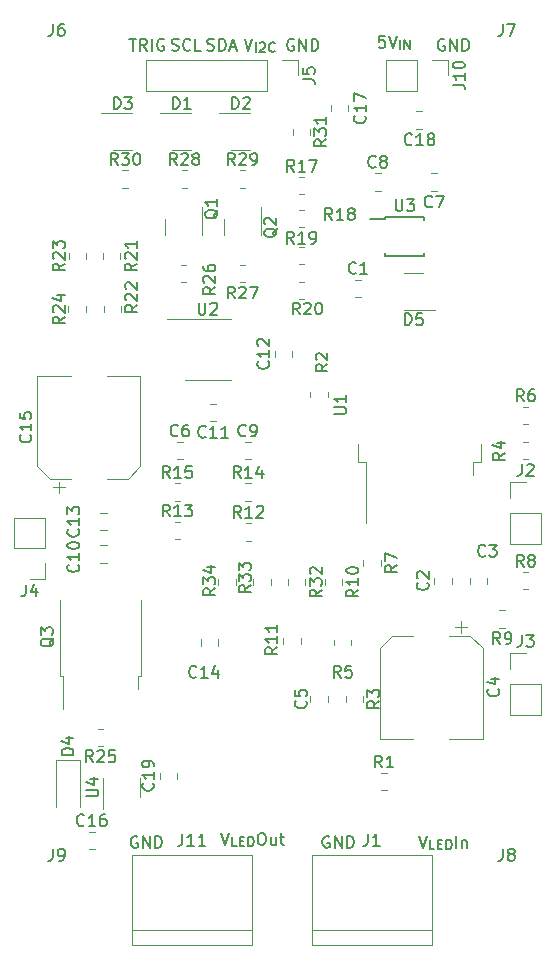
<source format=gbr>
%TF.GenerationSoftware,KiCad,Pcbnew,7.0.5*%
%TF.CreationDate,2023-09-19T19:20:32-07:00*%
%TF.ProjectId,LT3081LEDDriver,4c543330-3831-44c4-9544-447269766572,rev?*%
%TF.SameCoordinates,Original*%
%TF.FileFunction,Legend,Top*%
%TF.FilePolarity,Positive*%
%FSLAX46Y46*%
G04 Gerber Fmt 4.6, Leading zero omitted, Abs format (unit mm)*
G04 Created by KiCad (PCBNEW 7.0.5) date 2023-09-19 19:20:32*
%MOMM*%
%LPD*%
G01*
G04 APERTURE LIST*
%ADD10C,0.150000*%
%ADD11C,0.120000*%
G04 APERTURE END LIST*
D10*
X121110588Y-140667438D02*
X121015350Y-140619819D01*
X121015350Y-140619819D02*
X120872493Y-140619819D01*
X120872493Y-140619819D02*
X120729636Y-140667438D01*
X120729636Y-140667438D02*
X120634398Y-140762676D01*
X120634398Y-140762676D02*
X120586779Y-140857914D01*
X120586779Y-140857914D02*
X120539160Y-141048390D01*
X120539160Y-141048390D02*
X120539160Y-141191247D01*
X120539160Y-141191247D02*
X120586779Y-141381723D01*
X120586779Y-141381723D02*
X120634398Y-141476961D01*
X120634398Y-141476961D02*
X120729636Y-141572200D01*
X120729636Y-141572200D02*
X120872493Y-141619819D01*
X120872493Y-141619819D02*
X120967731Y-141619819D01*
X120967731Y-141619819D02*
X121110588Y-141572200D01*
X121110588Y-141572200D02*
X121158207Y-141524580D01*
X121158207Y-141524580D02*
X121158207Y-141191247D01*
X121158207Y-141191247D02*
X120967731Y-141191247D01*
X121586779Y-141619819D02*
X121586779Y-140619819D01*
X121586779Y-140619819D02*
X122158207Y-141619819D01*
X122158207Y-141619819D02*
X122158207Y-140619819D01*
X122634398Y-141619819D02*
X122634398Y-140619819D01*
X122634398Y-140619819D02*
X122872493Y-140619819D01*
X122872493Y-140619819D02*
X123015350Y-140667438D01*
X123015350Y-140667438D02*
X123110588Y-140762676D01*
X123110588Y-140762676D02*
X123158207Y-140857914D01*
X123158207Y-140857914D02*
X123205826Y-141048390D01*
X123205826Y-141048390D02*
X123205826Y-141191247D01*
X123205826Y-141191247D02*
X123158207Y-141381723D01*
X123158207Y-141381723D02*
X123110588Y-141476961D01*
X123110588Y-141476961D02*
X123015350Y-141572200D01*
X123015350Y-141572200D02*
X122872493Y-141619819D01*
X122872493Y-141619819D02*
X122634398Y-141619819D01*
X142062969Y-72869819D02*
X141586779Y-72869819D01*
X141586779Y-72869819D02*
X141539160Y-73346009D01*
X141539160Y-73346009D02*
X141586779Y-73298390D01*
X141586779Y-73298390D02*
X141682017Y-73250771D01*
X141682017Y-73250771D02*
X141920112Y-73250771D01*
X141920112Y-73250771D02*
X142015350Y-73298390D01*
X142015350Y-73298390D02*
X142062969Y-73346009D01*
X142062969Y-73346009D02*
X142110588Y-73441247D01*
X142110588Y-73441247D02*
X142110588Y-73679342D01*
X142110588Y-73679342D02*
X142062969Y-73774580D01*
X142062969Y-73774580D02*
X142015350Y-73822200D01*
X142015350Y-73822200D02*
X141920112Y-73869819D01*
X141920112Y-73869819D02*
X141682017Y-73869819D01*
X141682017Y-73869819D02*
X141586779Y-73822200D01*
X141586779Y-73822200D02*
X141539160Y-73774580D01*
X142396303Y-72869819D02*
X142729636Y-73869819D01*
X142729636Y-73869819D02*
X143062969Y-72869819D01*
X143348684Y-73980295D02*
X143348684Y-73180295D01*
X143729636Y-73980295D02*
X143729636Y-73180295D01*
X143729636Y-73180295D02*
X144186779Y-73980295D01*
X144186779Y-73980295D02*
X144186779Y-73180295D01*
X124039160Y-74072200D02*
X124182017Y-74119819D01*
X124182017Y-74119819D02*
X124420112Y-74119819D01*
X124420112Y-74119819D02*
X124515350Y-74072200D01*
X124515350Y-74072200D02*
X124562969Y-74024580D01*
X124562969Y-74024580D02*
X124610588Y-73929342D01*
X124610588Y-73929342D02*
X124610588Y-73834104D01*
X124610588Y-73834104D02*
X124562969Y-73738866D01*
X124562969Y-73738866D02*
X124515350Y-73691247D01*
X124515350Y-73691247D02*
X124420112Y-73643628D01*
X124420112Y-73643628D02*
X124229636Y-73596009D01*
X124229636Y-73596009D02*
X124134398Y-73548390D01*
X124134398Y-73548390D02*
X124086779Y-73500771D01*
X124086779Y-73500771D02*
X124039160Y-73405533D01*
X124039160Y-73405533D02*
X124039160Y-73310295D01*
X124039160Y-73310295D02*
X124086779Y-73215057D01*
X124086779Y-73215057D02*
X124134398Y-73167438D01*
X124134398Y-73167438D02*
X124229636Y-73119819D01*
X124229636Y-73119819D02*
X124467731Y-73119819D01*
X124467731Y-73119819D02*
X124610588Y-73167438D01*
X125610588Y-74024580D02*
X125562969Y-74072200D01*
X125562969Y-74072200D02*
X125420112Y-74119819D01*
X125420112Y-74119819D02*
X125324874Y-74119819D01*
X125324874Y-74119819D02*
X125182017Y-74072200D01*
X125182017Y-74072200D02*
X125086779Y-73976961D01*
X125086779Y-73976961D02*
X125039160Y-73881723D01*
X125039160Y-73881723D02*
X124991541Y-73691247D01*
X124991541Y-73691247D02*
X124991541Y-73548390D01*
X124991541Y-73548390D02*
X125039160Y-73357914D01*
X125039160Y-73357914D02*
X125086779Y-73262676D01*
X125086779Y-73262676D02*
X125182017Y-73167438D01*
X125182017Y-73167438D02*
X125324874Y-73119819D01*
X125324874Y-73119819D02*
X125420112Y-73119819D01*
X125420112Y-73119819D02*
X125562969Y-73167438D01*
X125562969Y-73167438D02*
X125610588Y-73215057D01*
X126515350Y-74119819D02*
X126039160Y-74119819D01*
X126039160Y-74119819D02*
X126039160Y-73119819D01*
X120443922Y-73119819D02*
X121015350Y-73119819D01*
X120729636Y-74119819D02*
X120729636Y-73119819D01*
X121920112Y-74119819D02*
X121586779Y-73643628D01*
X121348684Y-74119819D02*
X121348684Y-73119819D01*
X121348684Y-73119819D02*
X121729636Y-73119819D01*
X121729636Y-73119819D02*
X121824874Y-73167438D01*
X121824874Y-73167438D02*
X121872493Y-73215057D01*
X121872493Y-73215057D02*
X121920112Y-73310295D01*
X121920112Y-73310295D02*
X121920112Y-73453152D01*
X121920112Y-73453152D02*
X121872493Y-73548390D01*
X121872493Y-73548390D02*
X121824874Y-73596009D01*
X121824874Y-73596009D02*
X121729636Y-73643628D01*
X121729636Y-73643628D02*
X121348684Y-73643628D01*
X122348684Y-74119819D02*
X122348684Y-73119819D01*
X123348683Y-73167438D02*
X123253445Y-73119819D01*
X123253445Y-73119819D02*
X123110588Y-73119819D01*
X123110588Y-73119819D02*
X122967731Y-73167438D01*
X122967731Y-73167438D02*
X122872493Y-73262676D01*
X122872493Y-73262676D02*
X122824874Y-73357914D01*
X122824874Y-73357914D02*
X122777255Y-73548390D01*
X122777255Y-73548390D02*
X122777255Y-73691247D01*
X122777255Y-73691247D02*
X122824874Y-73881723D01*
X122824874Y-73881723D02*
X122872493Y-73976961D01*
X122872493Y-73976961D02*
X122967731Y-74072200D01*
X122967731Y-74072200D02*
X123110588Y-74119819D01*
X123110588Y-74119819D02*
X123205826Y-74119819D01*
X123205826Y-74119819D02*
X123348683Y-74072200D01*
X123348683Y-74072200D02*
X123396302Y-74024580D01*
X123396302Y-74024580D02*
X123396302Y-73691247D01*
X123396302Y-73691247D02*
X123205826Y-73691247D01*
X127039160Y-74072200D02*
X127182017Y-74119819D01*
X127182017Y-74119819D02*
X127420112Y-74119819D01*
X127420112Y-74119819D02*
X127515350Y-74072200D01*
X127515350Y-74072200D02*
X127562969Y-74024580D01*
X127562969Y-74024580D02*
X127610588Y-73929342D01*
X127610588Y-73929342D02*
X127610588Y-73834104D01*
X127610588Y-73834104D02*
X127562969Y-73738866D01*
X127562969Y-73738866D02*
X127515350Y-73691247D01*
X127515350Y-73691247D02*
X127420112Y-73643628D01*
X127420112Y-73643628D02*
X127229636Y-73596009D01*
X127229636Y-73596009D02*
X127134398Y-73548390D01*
X127134398Y-73548390D02*
X127086779Y-73500771D01*
X127086779Y-73500771D02*
X127039160Y-73405533D01*
X127039160Y-73405533D02*
X127039160Y-73310295D01*
X127039160Y-73310295D02*
X127086779Y-73215057D01*
X127086779Y-73215057D02*
X127134398Y-73167438D01*
X127134398Y-73167438D02*
X127229636Y-73119819D01*
X127229636Y-73119819D02*
X127467731Y-73119819D01*
X127467731Y-73119819D02*
X127610588Y-73167438D01*
X128039160Y-74119819D02*
X128039160Y-73119819D01*
X128039160Y-73119819D02*
X128277255Y-73119819D01*
X128277255Y-73119819D02*
X128420112Y-73167438D01*
X128420112Y-73167438D02*
X128515350Y-73262676D01*
X128515350Y-73262676D02*
X128562969Y-73357914D01*
X128562969Y-73357914D02*
X128610588Y-73548390D01*
X128610588Y-73548390D02*
X128610588Y-73691247D01*
X128610588Y-73691247D02*
X128562969Y-73881723D01*
X128562969Y-73881723D02*
X128515350Y-73976961D01*
X128515350Y-73976961D02*
X128420112Y-74072200D01*
X128420112Y-74072200D02*
X128277255Y-74119819D01*
X128277255Y-74119819D02*
X128039160Y-74119819D01*
X128991541Y-73834104D02*
X129467731Y-73834104D01*
X128896303Y-74119819D02*
X129229636Y-73119819D01*
X129229636Y-73119819D02*
X129562969Y-74119819D01*
X130193922Y-73119819D02*
X130527255Y-74119819D01*
X130527255Y-74119819D02*
X130860588Y-73119819D01*
X131146303Y-74230295D02*
X131146303Y-73430295D01*
X131489159Y-73506485D02*
X131527255Y-73468390D01*
X131527255Y-73468390D02*
X131603445Y-73430295D01*
X131603445Y-73430295D02*
X131793921Y-73430295D01*
X131793921Y-73430295D02*
X131870112Y-73468390D01*
X131870112Y-73468390D02*
X131908207Y-73506485D01*
X131908207Y-73506485D02*
X131946302Y-73582676D01*
X131946302Y-73582676D02*
X131946302Y-73658866D01*
X131946302Y-73658866D02*
X131908207Y-73773152D01*
X131908207Y-73773152D02*
X131451064Y-74230295D01*
X131451064Y-74230295D02*
X131946302Y-74230295D01*
X132746303Y-74154104D02*
X132708207Y-74192200D01*
X132708207Y-74192200D02*
X132593922Y-74230295D01*
X132593922Y-74230295D02*
X132517731Y-74230295D01*
X132517731Y-74230295D02*
X132403445Y-74192200D01*
X132403445Y-74192200D02*
X132327255Y-74116009D01*
X132327255Y-74116009D02*
X132289160Y-74039819D01*
X132289160Y-74039819D02*
X132251064Y-73887438D01*
X132251064Y-73887438D02*
X132251064Y-73773152D01*
X132251064Y-73773152D02*
X132289160Y-73620771D01*
X132289160Y-73620771D02*
X132327255Y-73544580D01*
X132327255Y-73544580D02*
X132403445Y-73468390D01*
X132403445Y-73468390D02*
X132517731Y-73430295D01*
X132517731Y-73430295D02*
X132593922Y-73430295D01*
X132593922Y-73430295D02*
X132708207Y-73468390D01*
X132708207Y-73468390D02*
X132746303Y-73506485D01*
X147110588Y-73167438D02*
X147015350Y-73119819D01*
X147015350Y-73119819D02*
X146872493Y-73119819D01*
X146872493Y-73119819D02*
X146729636Y-73167438D01*
X146729636Y-73167438D02*
X146634398Y-73262676D01*
X146634398Y-73262676D02*
X146586779Y-73357914D01*
X146586779Y-73357914D02*
X146539160Y-73548390D01*
X146539160Y-73548390D02*
X146539160Y-73691247D01*
X146539160Y-73691247D02*
X146586779Y-73881723D01*
X146586779Y-73881723D02*
X146634398Y-73976961D01*
X146634398Y-73976961D02*
X146729636Y-74072200D01*
X146729636Y-74072200D02*
X146872493Y-74119819D01*
X146872493Y-74119819D02*
X146967731Y-74119819D01*
X146967731Y-74119819D02*
X147110588Y-74072200D01*
X147110588Y-74072200D02*
X147158207Y-74024580D01*
X147158207Y-74024580D02*
X147158207Y-73691247D01*
X147158207Y-73691247D02*
X146967731Y-73691247D01*
X147586779Y-74119819D02*
X147586779Y-73119819D01*
X147586779Y-73119819D02*
X148158207Y-74119819D01*
X148158207Y-74119819D02*
X148158207Y-73119819D01*
X148634398Y-74119819D02*
X148634398Y-73119819D01*
X148634398Y-73119819D02*
X148872493Y-73119819D01*
X148872493Y-73119819D02*
X149015350Y-73167438D01*
X149015350Y-73167438D02*
X149110588Y-73262676D01*
X149110588Y-73262676D02*
X149158207Y-73357914D01*
X149158207Y-73357914D02*
X149205826Y-73548390D01*
X149205826Y-73548390D02*
X149205826Y-73691247D01*
X149205826Y-73691247D02*
X149158207Y-73881723D01*
X149158207Y-73881723D02*
X149110588Y-73976961D01*
X149110588Y-73976961D02*
X149015350Y-74072200D01*
X149015350Y-74072200D02*
X148872493Y-74119819D01*
X148872493Y-74119819D02*
X148634398Y-74119819D01*
X134360588Y-73167438D02*
X134265350Y-73119819D01*
X134265350Y-73119819D02*
X134122493Y-73119819D01*
X134122493Y-73119819D02*
X133979636Y-73167438D01*
X133979636Y-73167438D02*
X133884398Y-73262676D01*
X133884398Y-73262676D02*
X133836779Y-73357914D01*
X133836779Y-73357914D02*
X133789160Y-73548390D01*
X133789160Y-73548390D02*
X133789160Y-73691247D01*
X133789160Y-73691247D02*
X133836779Y-73881723D01*
X133836779Y-73881723D02*
X133884398Y-73976961D01*
X133884398Y-73976961D02*
X133979636Y-74072200D01*
X133979636Y-74072200D02*
X134122493Y-74119819D01*
X134122493Y-74119819D02*
X134217731Y-74119819D01*
X134217731Y-74119819D02*
X134360588Y-74072200D01*
X134360588Y-74072200D02*
X134408207Y-74024580D01*
X134408207Y-74024580D02*
X134408207Y-73691247D01*
X134408207Y-73691247D02*
X134217731Y-73691247D01*
X134836779Y-74119819D02*
X134836779Y-73119819D01*
X134836779Y-73119819D02*
X135408207Y-74119819D01*
X135408207Y-74119819D02*
X135408207Y-73119819D01*
X135884398Y-74119819D02*
X135884398Y-73119819D01*
X135884398Y-73119819D02*
X136122493Y-73119819D01*
X136122493Y-73119819D02*
X136265350Y-73167438D01*
X136265350Y-73167438D02*
X136360588Y-73262676D01*
X136360588Y-73262676D02*
X136408207Y-73357914D01*
X136408207Y-73357914D02*
X136455826Y-73548390D01*
X136455826Y-73548390D02*
X136455826Y-73691247D01*
X136455826Y-73691247D02*
X136408207Y-73881723D01*
X136408207Y-73881723D02*
X136360588Y-73976961D01*
X136360588Y-73976961D02*
X136265350Y-74072200D01*
X136265350Y-74072200D02*
X136122493Y-74119819D01*
X136122493Y-74119819D02*
X135884398Y-74119819D01*
X137360588Y-140667438D02*
X137265350Y-140619819D01*
X137265350Y-140619819D02*
X137122493Y-140619819D01*
X137122493Y-140619819D02*
X136979636Y-140667438D01*
X136979636Y-140667438D02*
X136884398Y-140762676D01*
X136884398Y-140762676D02*
X136836779Y-140857914D01*
X136836779Y-140857914D02*
X136789160Y-141048390D01*
X136789160Y-141048390D02*
X136789160Y-141191247D01*
X136789160Y-141191247D02*
X136836779Y-141381723D01*
X136836779Y-141381723D02*
X136884398Y-141476961D01*
X136884398Y-141476961D02*
X136979636Y-141572200D01*
X136979636Y-141572200D02*
X137122493Y-141619819D01*
X137122493Y-141619819D02*
X137217731Y-141619819D01*
X137217731Y-141619819D02*
X137360588Y-141572200D01*
X137360588Y-141572200D02*
X137408207Y-141524580D01*
X137408207Y-141524580D02*
X137408207Y-141191247D01*
X137408207Y-141191247D02*
X137217731Y-141191247D01*
X137836779Y-141619819D02*
X137836779Y-140619819D01*
X137836779Y-140619819D02*
X138408207Y-141619819D01*
X138408207Y-141619819D02*
X138408207Y-140619819D01*
X138884398Y-141619819D02*
X138884398Y-140619819D01*
X138884398Y-140619819D02*
X139122493Y-140619819D01*
X139122493Y-140619819D02*
X139265350Y-140667438D01*
X139265350Y-140667438D02*
X139360588Y-140762676D01*
X139360588Y-140762676D02*
X139408207Y-140857914D01*
X139408207Y-140857914D02*
X139455826Y-141048390D01*
X139455826Y-141048390D02*
X139455826Y-141191247D01*
X139455826Y-141191247D02*
X139408207Y-141381723D01*
X139408207Y-141381723D02*
X139360588Y-141476961D01*
X139360588Y-141476961D02*
X139265350Y-141572200D01*
X139265350Y-141572200D02*
X139122493Y-141619819D01*
X139122493Y-141619819D02*
X138884398Y-141619819D01*
X144943922Y-140619819D02*
X145277255Y-141619819D01*
X145277255Y-141619819D02*
X145610588Y-140619819D01*
X146277255Y-141730295D02*
X145896303Y-141730295D01*
X145896303Y-141730295D02*
X145896303Y-140930295D01*
X146543922Y-141311247D02*
X146810588Y-141311247D01*
X146924874Y-141730295D02*
X146543922Y-141730295D01*
X146543922Y-141730295D02*
X146543922Y-140930295D01*
X146543922Y-140930295D02*
X146924874Y-140930295D01*
X147267732Y-141730295D02*
X147267732Y-140930295D01*
X147267732Y-140930295D02*
X147458208Y-140930295D01*
X147458208Y-140930295D02*
X147572494Y-140968390D01*
X147572494Y-140968390D02*
X147648684Y-141044580D01*
X147648684Y-141044580D02*
X147686779Y-141120771D01*
X147686779Y-141120771D02*
X147724875Y-141273152D01*
X147724875Y-141273152D02*
X147724875Y-141387438D01*
X147724875Y-141387438D02*
X147686779Y-141539819D01*
X147686779Y-141539819D02*
X147648684Y-141616009D01*
X147648684Y-141616009D02*
X147572494Y-141692200D01*
X147572494Y-141692200D02*
X147458208Y-141730295D01*
X147458208Y-141730295D02*
X147267732Y-141730295D01*
X148115351Y-141619819D02*
X148115351Y-140619819D01*
X148591541Y-140953152D02*
X148591541Y-141619819D01*
X148591541Y-141048390D02*
X148639160Y-141000771D01*
X148639160Y-141000771D02*
X148734398Y-140953152D01*
X148734398Y-140953152D02*
X148877255Y-140953152D01*
X148877255Y-140953152D02*
X148972493Y-141000771D01*
X148972493Y-141000771D02*
X149020112Y-141096009D01*
X149020112Y-141096009D02*
X149020112Y-141619819D01*
X128193922Y-140369819D02*
X128527255Y-141369819D01*
X128527255Y-141369819D02*
X128860588Y-140369819D01*
X129527255Y-141480295D02*
X129146303Y-141480295D01*
X129146303Y-141480295D02*
X129146303Y-140680295D01*
X129793922Y-141061247D02*
X130060588Y-141061247D01*
X130174874Y-141480295D02*
X129793922Y-141480295D01*
X129793922Y-141480295D02*
X129793922Y-140680295D01*
X129793922Y-140680295D02*
X130174874Y-140680295D01*
X130517732Y-141480295D02*
X130517732Y-140680295D01*
X130517732Y-140680295D02*
X130708208Y-140680295D01*
X130708208Y-140680295D02*
X130822494Y-140718390D01*
X130822494Y-140718390D02*
X130898684Y-140794580D01*
X130898684Y-140794580D02*
X130936779Y-140870771D01*
X130936779Y-140870771D02*
X130974875Y-141023152D01*
X130974875Y-141023152D02*
X130974875Y-141137438D01*
X130974875Y-141137438D02*
X130936779Y-141289819D01*
X130936779Y-141289819D02*
X130898684Y-141366009D01*
X130898684Y-141366009D02*
X130822494Y-141442200D01*
X130822494Y-141442200D02*
X130708208Y-141480295D01*
X130708208Y-141480295D02*
X130517732Y-141480295D01*
X131555827Y-140369819D02*
X131746303Y-140369819D01*
X131746303Y-140369819D02*
X131841541Y-140417438D01*
X131841541Y-140417438D02*
X131936779Y-140512676D01*
X131936779Y-140512676D02*
X131984398Y-140703152D01*
X131984398Y-140703152D02*
X131984398Y-141036485D01*
X131984398Y-141036485D02*
X131936779Y-141226961D01*
X131936779Y-141226961D02*
X131841541Y-141322200D01*
X131841541Y-141322200D02*
X131746303Y-141369819D01*
X131746303Y-141369819D02*
X131555827Y-141369819D01*
X131555827Y-141369819D02*
X131460589Y-141322200D01*
X131460589Y-141322200D02*
X131365351Y-141226961D01*
X131365351Y-141226961D02*
X131317732Y-141036485D01*
X131317732Y-141036485D02*
X131317732Y-140703152D01*
X131317732Y-140703152D02*
X131365351Y-140512676D01*
X131365351Y-140512676D02*
X131460589Y-140417438D01*
X131460589Y-140417438D02*
X131555827Y-140369819D01*
X132841541Y-140703152D02*
X132841541Y-141369819D01*
X132412970Y-140703152D02*
X132412970Y-141226961D01*
X132412970Y-141226961D02*
X132460589Y-141322200D01*
X132460589Y-141322200D02*
X132555827Y-141369819D01*
X132555827Y-141369819D02*
X132698684Y-141369819D01*
X132698684Y-141369819D02*
X132793922Y-141322200D01*
X132793922Y-141322200D02*
X132841541Y-141274580D01*
X133174875Y-140703152D02*
X133555827Y-140703152D01*
X133317732Y-140369819D02*
X133317732Y-141226961D01*
X133317732Y-141226961D02*
X133365351Y-141322200D01*
X133365351Y-141322200D02*
X133460589Y-141369819D01*
X133460589Y-141369819D02*
X133555827Y-141369819D01*
%TO.C,R6*%
X153833333Y-103804819D02*
X153500000Y-103328628D01*
X153261905Y-103804819D02*
X153261905Y-102804819D01*
X153261905Y-102804819D02*
X153642857Y-102804819D01*
X153642857Y-102804819D02*
X153738095Y-102852438D01*
X153738095Y-102852438D02*
X153785714Y-102900057D01*
X153785714Y-102900057D02*
X153833333Y-102995295D01*
X153833333Y-102995295D02*
X153833333Y-103138152D01*
X153833333Y-103138152D02*
X153785714Y-103233390D01*
X153785714Y-103233390D02*
X153738095Y-103281009D01*
X153738095Y-103281009D02*
X153642857Y-103328628D01*
X153642857Y-103328628D02*
X153261905Y-103328628D01*
X154690476Y-102804819D02*
X154500000Y-102804819D01*
X154500000Y-102804819D02*
X154404762Y-102852438D01*
X154404762Y-102852438D02*
X154357143Y-102900057D01*
X154357143Y-102900057D02*
X154261905Y-103042914D01*
X154261905Y-103042914D02*
X154214286Y-103233390D01*
X154214286Y-103233390D02*
X154214286Y-103614342D01*
X154214286Y-103614342D02*
X154261905Y-103709580D01*
X154261905Y-103709580D02*
X154309524Y-103757200D01*
X154309524Y-103757200D02*
X154404762Y-103804819D01*
X154404762Y-103804819D02*
X154595238Y-103804819D01*
X154595238Y-103804819D02*
X154690476Y-103757200D01*
X154690476Y-103757200D02*
X154738095Y-103709580D01*
X154738095Y-103709580D02*
X154785714Y-103614342D01*
X154785714Y-103614342D02*
X154785714Y-103376247D01*
X154785714Y-103376247D02*
X154738095Y-103281009D01*
X154738095Y-103281009D02*
X154690476Y-103233390D01*
X154690476Y-103233390D02*
X154595238Y-103185771D01*
X154595238Y-103185771D02*
X154404762Y-103185771D01*
X154404762Y-103185771D02*
X154309524Y-103233390D01*
X154309524Y-103233390D02*
X154261905Y-103281009D01*
X154261905Y-103281009D02*
X154214286Y-103376247D01*
%TO.C,J5*%
X135134819Y-76533333D02*
X135849104Y-76533333D01*
X135849104Y-76533333D02*
X135991961Y-76580952D01*
X135991961Y-76580952D02*
X136087200Y-76676190D01*
X136087200Y-76676190D02*
X136134819Y-76819047D01*
X136134819Y-76819047D02*
X136134819Y-76914285D01*
X135134819Y-75580952D02*
X135134819Y-76057142D01*
X135134819Y-76057142D02*
X135611009Y-76104761D01*
X135611009Y-76104761D02*
X135563390Y-76057142D01*
X135563390Y-76057142D02*
X135515771Y-75961904D01*
X135515771Y-75961904D02*
X135515771Y-75723809D01*
X135515771Y-75723809D02*
X135563390Y-75628571D01*
X135563390Y-75628571D02*
X135611009Y-75580952D01*
X135611009Y-75580952D02*
X135706247Y-75533333D01*
X135706247Y-75533333D02*
X135944342Y-75533333D01*
X135944342Y-75533333D02*
X136039580Y-75580952D01*
X136039580Y-75580952D02*
X136087200Y-75628571D01*
X136087200Y-75628571D02*
X136134819Y-75723809D01*
X136134819Y-75723809D02*
X136134819Y-75961904D01*
X136134819Y-75961904D02*
X136087200Y-76057142D01*
X136087200Y-76057142D02*
X136039580Y-76104761D01*
%TO.C,D2*%
X129124405Y-79054819D02*
X129124405Y-78054819D01*
X129124405Y-78054819D02*
X129362500Y-78054819D01*
X129362500Y-78054819D02*
X129505357Y-78102438D01*
X129505357Y-78102438D02*
X129600595Y-78197676D01*
X129600595Y-78197676D02*
X129648214Y-78292914D01*
X129648214Y-78292914D02*
X129695833Y-78483390D01*
X129695833Y-78483390D02*
X129695833Y-78626247D01*
X129695833Y-78626247D02*
X129648214Y-78816723D01*
X129648214Y-78816723D02*
X129600595Y-78911961D01*
X129600595Y-78911961D02*
X129505357Y-79007200D01*
X129505357Y-79007200D02*
X129362500Y-79054819D01*
X129362500Y-79054819D02*
X129124405Y-79054819D01*
X130076786Y-78150057D02*
X130124405Y-78102438D01*
X130124405Y-78102438D02*
X130219643Y-78054819D01*
X130219643Y-78054819D02*
X130457738Y-78054819D01*
X130457738Y-78054819D02*
X130552976Y-78102438D01*
X130552976Y-78102438D02*
X130600595Y-78150057D01*
X130600595Y-78150057D02*
X130648214Y-78245295D01*
X130648214Y-78245295D02*
X130648214Y-78340533D01*
X130648214Y-78340533D02*
X130600595Y-78483390D01*
X130600595Y-78483390D02*
X130029167Y-79054819D01*
X130029167Y-79054819D02*
X130648214Y-79054819D01*
%TO.C,C18*%
X144357142Y-82039580D02*
X144309523Y-82087200D01*
X144309523Y-82087200D02*
X144166666Y-82134819D01*
X144166666Y-82134819D02*
X144071428Y-82134819D01*
X144071428Y-82134819D02*
X143928571Y-82087200D01*
X143928571Y-82087200D02*
X143833333Y-81991961D01*
X143833333Y-81991961D02*
X143785714Y-81896723D01*
X143785714Y-81896723D02*
X143738095Y-81706247D01*
X143738095Y-81706247D02*
X143738095Y-81563390D01*
X143738095Y-81563390D02*
X143785714Y-81372914D01*
X143785714Y-81372914D02*
X143833333Y-81277676D01*
X143833333Y-81277676D02*
X143928571Y-81182438D01*
X143928571Y-81182438D02*
X144071428Y-81134819D01*
X144071428Y-81134819D02*
X144166666Y-81134819D01*
X144166666Y-81134819D02*
X144309523Y-81182438D01*
X144309523Y-81182438D02*
X144357142Y-81230057D01*
X145309523Y-82134819D02*
X144738095Y-82134819D01*
X145023809Y-82134819D02*
X145023809Y-81134819D01*
X145023809Y-81134819D02*
X144928571Y-81277676D01*
X144928571Y-81277676D02*
X144833333Y-81372914D01*
X144833333Y-81372914D02*
X144738095Y-81420533D01*
X145880952Y-81563390D02*
X145785714Y-81515771D01*
X145785714Y-81515771D02*
X145738095Y-81468152D01*
X145738095Y-81468152D02*
X145690476Y-81372914D01*
X145690476Y-81372914D02*
X145690476Y-81325295D01*
X145690476Y-81325295D02*
X145738095Y-81230057D01*
X145738095Y-81230057D02*
X145785714Y-81182438D01*
X145785714Y-81182438D02*
X145880952Y-81134819D01*
X145880952Y-81134819D02*
X146071428Y-81134819D01*
X146071428Y-81134819D02*
X146166666Y-81182438D01*
X146166666Y-81182438D02*
X146214285Y-81230057D01*
X146214285Y-81230057D02*
X146261904Y-81325295D01*
X146261904Y-81325295D02*
X146261904Y-81372914D01*
X146261904Y-81372914D02*
X146214285Y-81468152D01*
X146214285Y-81468152D02*
X146166666Y-81515771D01*
X146166666Y-81515771D02*
X146071428Y-81563390D01*
X146071428Y-81563390D02*
X145880952Y-81563390D01*
X145880952Y-81563390D02*
X145785714Y-81611009D01*
X145785714Y-81611009D02*
X145738095Y-81658628D01*
X145738095Y-81658628D02*
X145690476Y-81753866D01*
X145690476Y-81753866D02*
X145690476Y-81944342D01*
X145690476Y-81944342D02*
X145738095Y-82039580D01*
X145738095Y-82039580D02*
X145785714Y-82087200D01*
X145785714Y-82087200D02*
X145880952Y-82134819D01*
X145880952Y-82134819D02*
X146071428Y-82134819D01*
X146071428Y-82134819D02*
X146166666Y-82087200D01*
X146166666Y-82087200D02*
X146214285Y-82039580D01*
X146214285Y-82039580D02*
X146261904Y-81944342D01*
X146261904Y-81944342D02*
X146261904Y-81753866D01*
X146261904Y-81753866D02*
X146214285Y-81658628D01*
X146214285Y-81658628D02*
X146166666Y-81611009D01*
X146166666Y-81611009D02*
X146071428Y-81563390D01*
%TO.C,R3*%
X141604819Y-129166666D02*
X141128628Y-129499999D01*
X141604819Y-129738094D02*
X140604819Y-129738094D01*
X140604819Y-129738094D02*
X140604819Y-129357142D01*
X140604819Y-129357142D02*
X140652438Y-129261904D01*
X140652438Y-129261904D02*
X140700057Y-129214285D01*
X140700057Y-129214285D02*
X140795295Y-129166666D01*
X140795295Y-129166666D02*
X140938152Y-129166666D01*
X140938152Y-129166666D02*
X141033390Y-129214285D01*
X141033390Y-129214285D02*
X141081009Y-129261904D01*
X141081009Y-129261904D02*
X141128628Y-129357142D01*
X141128628Y-129357142D02*
X141128628Y-129738094D01*
X140604819Y-128833332D02*
X140604819Y-128214285D01*
X140604819Y-128214285D02*
X140985771Y-128547618D01*
X140985771Y-128547618D02*
X140985771Y-128404761D01*
X140985771Y-128404761D02*
X141033390Y-128309523D01*
X141033390Y-128309523D02*
X141081009Y-128261904D01*
X141081009Y-128261904D02*
X141176247Y-128214285D01*
X141176247Y-128214285D02*
X141414342Y-128214285D01*
X141414342Y-128214285D02*
X141509580Y-128261904D01*
X141509580Y-128261904D02*
X141557200Y-128309523D01*
X141557200Y-128309523D02*
X141604819Y-128404761D01*
X141604819Y-128404761D02*
X141604819Y-128690475D01*
X141604819Y-128690475D02*
X141557200Y-128785713D01*
X141557200Y-128785713D02*
X141509580Y-128833332D01*
%TO.C,D5*%
X143761905Y-97354819D02*
X143761905Y-96354819D01*
X143761905Y-96354819D02*
X144000000Y-96354819D01*
X144000000Y-96354819D02*
X144142857Y-96402438D01*
X144142857Y-96402438D02*
X144238095Y-96497676D01*
X144238095Y-96497676D02*
X144285714Y-96592914D01*
X144285714Y-96592914D02*
X144333333Y-96783390D01*
X144333333Y-96783390D02*
X144333333Y-96926247D01*
X144333333Y-96926247D02*
X144285714Y-97116723D01*
X144285714Y-97116723D02*
X144238095Y-97211961D01*
X144238095Y-97211961D02*
X144142857Y-97307200D01*
X144142857Y-97307200D02*
X144000000Y-97354819D01*
X144000000Y-97354819D02*
X143761905Y-97354819D01*
X145238095Y-96354819D02*
X144761905Y-96354819D01*
X144761905Y-96354819D02*
X144714286Y-96831009D01*
X144714286Y-96831009D02*
X144761905Y-96783390D01*
X144761905Y-96783390D02*
X144857143Y-96735771D01*
X144857143Y-96735771D02*
X145095238Y-96735771D01*
X145095238Y-96735771D02*
X145190476Y-96783390D01*
X145190476Y-96783390D02*
X145238095Y-96831009D01*
X145238095Y-96831009D02*
X145285714Y-96926247D01*
X145285714Y-96926247D02*
X145285714Y-97164342D01*
X145285714Y-97164342D02*
X145238095Y-97259580D01*
X145238095Y-97259580D02*
X145190476Y-97307200D01*
X145190476Y-97307200D02*
X145095238Y-97354819D01*
X145095238Y-97354819D02*
X144857143Y-97354819D01*
X144857143Y-97354819D02*
X144761905Y-97307200D01*
X144761905Y-97307200D02*
X144714286Y-97259580D01*
%TO.C,R24*%
X114954819Y-96642857D02*
X114478628Y-96976190D01*
X114954819Y-97214285D02*
X113954819Y-97214285D01*
X113954819Y-97214285D02*
X113954819Y-96833333D01*
X113954819Y-96833333D02*
X114002438Y-96738095D01*
X114002438Y-96738095D02*
X114050057Y-96690476D01*
X114050057Y-96690476D02*
X114145295Y-96642857D01*
X114145295Y-96642857D02*
X114288152Y-96642857D01*
X114288152Y-96642857D02*
X114383390Y-96690476D01*
X114383390Y-96690476D02*
X114431009Y-96738095D01*
X114431009Y-96738095D02*
X114478628Y-96833333D01*
X114478628Y-96833333D02*
X114478628Y-97214285D01*
X114050057Y-96261904D02*
X114002438Y-96214285D01*
X114002438Y-96214285D02*
X113954819Y-96119047D01*
X113954819Y-96119047D02*
X113954819Y-95880952D01*
X113954819Y-95880952D02*
X114002438Y-95785714D01*
X114002438Y-95785714D02*
X114050057Y-95738095D01*
X114050057Y-95738095D02*
X114145295Y-95690476D01*
X114145295Y-95690476D02*
X114240533Y-95690476D01*
X114240533Y-95690476D02*
X114383390Y-95738095D01*
X114383390Y-95738095D02*
X114954819Y-96309523D01*
X114954819Y-96309523D02*
X114954819Y-95690476D01*
X114288152Y-94833333D02*
X114954819Y-94833333D01*
X113907200Y-95071428D02*
X114621485Y-95309523D01*
X114621485Y-95309523D02*
X114621485Y-94690476D01*
%TO.C,J11*%
X124920476Y-140424819D02*
X124920476Y-141139104D01*
X124920476Y-141139104D02*
X124872857Y-141281961D01*
X124872857Y-141281961D02*
X124777619Y-141377200D01*
X124777619Y-141377200D02*
X124634762Y-141424819D01*
X124634762Y-141424819D02*
X124539524Y-141424819D01*
X125920476Y-141424819D02*
X125349048Y-141424819D01*
X125634762Y-141424819D02*
X125634762Y-140424819D01*
X125634762Y-140424819D02*
X125539524Y-140567676D01*
X125539524Y-140567676D02*
X125444286Y-140662914D01*
X125444286Y-140662914D02*
X125349048Y-140710533D01*
X126872857Y-141424819D02*
X126301429Y-141424819D01*
X126587143Y-141424819D02*
X126587143Y-140424819D01*
X126587143Y-140424819D02*
X126491905Y-140567676D01*
X126491905Y-140567676D02*
X126396667Y-140662914D01*
X126396667Y-140662914D02*
X126301429Y-140710533D01*
%TO.C,J1*%
X140636666Y-140424819D02*
X140636666Y-141139104D01*
X140636666Y-141139104D02*
X140589047Y-141281961D01*
X140589047Y-141281961D02*
X140493809Y-141377200D01*
X140493809Y-141377200D02*
X140350952Y-141424819D01*
X140350952Y-141424819D02*
X140255714Y-141424819D01*
X141636666Y-141424819D02*
X141065238Y-141424819D01*
X141350952Y-141424819D02*
X141350952Y-140424819D01*
X141350952Y-140424819D02*
X141255714Y-140567676D01*
X141255714Y-140567676D02*
X141160476Y-140662914D01*
X141160476Y-140662914D02*
X141065238Y-140710533D01*
%TO.C,C9*%
X130295833Y-106679580D02*
X130248214Y-106727200D01*
X130248214Y-106727200D02*
X130105357Y-106774819D01*
X130105357Y-106774819D02*
X130010119Y-106774819D01*
X130010119Y-106774819D02*
X129867262Y-106727200D01*
X129867262Y-106727200D02*
X129772024Y-106631961D01*
X129772024Y-106631961D02*
X129724405Y-106536723D01*
X129724405Y-106536723D02*
X129676786Y-106346247D01*
X129676786Y-106346247D02*
X129676786Y-106203390D01*
X129676786Y-106203390D02*
X129724405Y-106012914D01*
X129724405Y-106012914D02*
X129772024Y-105917676D01*
X129772024Y-105917676D02*
X129867262Y-105822438D01*
X129867262Y-105822438D02*
X130010119Y-105774819D01*
X130010119Y-105774819D02*
X130105357Y-105774819D01*
X130105357Y-105774819D02*
X130248214Y-105822438D01*
X130248214Y-105822438D02*
X130295833Y-105870057D01*
X130772024Y-106774819D02*
X130962500Y-106774819D01*
X130962500Y-106774819D02*
X131057738Y-106727200D01*
X131057738Y-106727200D02*
X131105357Y-106679580D01*
X131105357Y-106679580D02*
X131200595Y-106536723D01*
X131200595Y-106536723D02*
X131248214Y-106346247D01*
X131248214Y-106346247D02*
X131248214Y-105965295D01*
X131248214Y-105965295D02*
X131200595Y-105870057D01*
X131200595Y-105870057D02*
X131152976Y-105822438D01*
X131152976Y-105822438D02*
X131057738Y-105774819D01*
X131057738Y-105774819D02*
X130867262Y-105774819D01*
X130867262Y-105774819D02*
X130772024Y-105822438D01*
X130772024Y-105822438D02*
X130724405Y-105870057D01*
X130724405Y-105870057D02*
X130676786Y-105965295D01*
X130676786Y-105965295D02*
X130676786Y-106203390D01*
X130676786Y-106203390D02*
X130724405Y-106298628D01*
X130724405Y-106298628D02*
X130772024Y-106346247D01*
X130772024Y-106346247D02*
X130867262Y-106393866D01*
X130867262Y-106393866D02*
X131057738Y-106393866D01*
X131057738Y-106393866D02*
X131152976Y-106346247D01*
X131152976Y-106346247D02*
X131200595Y-106298628D01*
X131200595Y-106298628D02*
X131248214Y-106203390D01*
%TO.C,R19*%
X134357142Y-90454819D02*
X134023809Y-89978628D01*
X133785714Y-90454819D02*
X133785714Y-89454819D01*
X133785714Y-89454819D02*
X134166666Y-89454819D01*
X134166666Y-89454819D02*
X134261904Y-89502438D01*
X134261904Y-89502438D02*
X134309523Y-89550057D01*
X134309523Y-89550057D02*
X134357142Y-89645295D01*
X134357142Y-89645295D02*
X134357142Y-89788152D01*
X134357142Y-89788152D02*
X134309523Y-89883390D01*
X134309523Y-89883390D02*
X134261904Y-89931009D01*
X134261904Y-89931009D02*
X134166666Y-89978628D01*
X134166666Y-89978628D02*
X133785714Y-89978628D01*
X135309523Y-90454819D02*
X134738095Y-90454819D01*
X135023809Y-90454819D02*
X135023809Y-89454819D01*
X135023809Y-89454819D02*
X134928571Y-89597676D01*
X134928571Y-89597676D02*
X134833333Y-89692914D01*
X134833333Y-89692914D02*
X134738095Y-89740533D01*
X135785714Y-90454819D02*
X135976190Y-90454819D01*
X135976190Y-90454819D02*
X136071428Y-90407200D01*
X136071428Y-90407200D02*
X136119047Y-90359580D01*
X136119047Y-90359580D02*
X136214285Y-90216723D01*
X136214285Y-90216723D02*
X136261904Y-90026247D01*
X136261904Y-90026247D02*
X136261904Y-89645295D01*
X136261904Y-89645295D02*
X136214285Y-89550057D01*
X136214285Y-89550057D02*
X136166666Y-89502438D01*
X136166666Y-89502438D02*
X136071428Y-89454819D01*
X136071428Y-89454819D02*
X135880952Y-89454819D01*
X135880952Y-89454819D02*
X135785714Y-89502438D01*
X135785714Y-89502438D02*
X135738095Y-89550057D01*
X135738095Y-89550057D02*
X135690476Y-89645295D01*
X135690476Y-89645295D02*
X135690476Y-89883390D01*
X135690476Y-89883390D02*
X135738095Y-89978628D01*
X135738095Y-89978628D02*
X135785714Y-90026247D01*
X135785714Y-90026247D02*
X135880952Y-90073866D01*
X135880952Y-90073866D02*
X136071428Y-90073866D01*
X136071428Y-90073866D02*
X136166666Y-90026247D01*
X136166666Y-90026247D02*
X136214285Y-89978628D01*
X136214285Y-89978628D02*
X136261904Y-89883390D01*
%TO.C,R20*%
X134857142Y-96454819D02*
X134523809Y-95978628D01*
X134285714Y-96454819D02*
X134285714Y-95454819D01*
X134285714Y-95454819D02*
X134666666Y-95454819D01*
X134666666Y-95454819D02*
X134761904Y-95502438D01*
X134761904Y-95502438D02*
X134809523Y-95550057D01*
X134809523Y-95550057D02*
X134857142Y-95645295D01*
X134857142Y-95645295D02*
X134857142Y-95788152D01*
X134857142Y-95788152D02*
X134809523Y-95883390D01*
X134809523Y-95883390D02*
X134761904Y-95931009D01*
X134761904Y-95931009D02*
X134666666Y-95978628D01*
X134666666Y-95978628D02*
X134285714Y-95978628D01*
X135238095Y-95550057D02*
X135285714Y-95502438D01*
X135285714Y-95502438D02*
X135380952Y-95454819D01*
X135380952Y-95454819D02*
X135619047Y-95454819D01*
X135619047Y-95454819D02*
X135714285Y-95502438D01*
X135714285Y-95502438D02*
X135761904Y-95550057D01*
X135761904Y-95550057D02*
X135809523Y-95645295D01*
X135809523Y-95645295D02*
X135809523Y-95740533D01*
X135809523Y-95740533D02*
X135761904Y-95883390D01*
X135761904Y-95883390D02*
X135190476Y-96454819D01*
X135190476Y-96454819D02*
X135809523Y-96454819D01*
X136428571Y-95454819D02*
X136523809Y-95454819D01*
X136523809Y-95454819D02*
X136619047Y-95502438D01*
X136619047Y-95502438D02*
X136666666Y-95550057D01*
X136666666Y-95550057D02*
X136714285Y-95645295D01*
X136714285Y-95645295D02*
X136761904Y-95835771D01*
X136761904Y-95835771D02*
X136761904Y-96073866D01*
X136761904Y-96073866D02*
X136714285Y-96264342D01*
X136714285Y-96264342D02*
X136666666Y-96359580D01*
X136666666Y-96359580D02*
X136619047Y-96407200D01*
X136619047Y-96407200D02*
X136523809Y-96454819D01*
X136523809Y-96454819D02*
X136428571Y-96454819D01*
X136428571Y-96454819D02*
X136333333Y-96407200D01*
X136333333Y-96407200D02*
X136285714Y-96359580D01*
X136285714Y-96359580D02*
X136238095Y-96264342D01*
X136238095Y-96264342D02*
X136190476Y-96073866D01*
X136190476Y-96073866D02*
X136190476Y-95835771D01*
X136190476Y-95835771D02*
X136238095Y-95645295D01*
X136238095Y-95645295D02*
X136285714Y-95550057D01*
X136285714Y-95550057D02*
X136333333Y-95502438D01*
X136333333Y-95502438D02*
X136428571Y-95454819D01*
%TO.C,D1*%
X124124405Y-79054819D02*
X124124405Y-78054819D01*
X124124405Y-78054819D02*
X124362500Y-78054819D01*
X124362500Y-78054819D02*
X124505357Y-78102438D01*
X124505357Y-78102438D02*
X124600595Y-78197676D01*
X124600595Y-78197676D02*
X124648214Y-78292914D01*
X124648214Y-78292914D02*
X124695833Y-78483390D01*
X124695833Y-78483390D02*
X124695833Y-78626247D01*
X124695833Y-78626247D02*
X124648214Y-78816723D01*
X124648214Y-78816723D02*
X124600595Y-78911961D01*
X124600595Y-78911961D02*
X124505357Y-79007200D01*
X124505357Y-79007200D02*
X124362500Y-79054819D01*
X124362500Y-79054819D02*
X124124405Y-79054819D01*
X125648214Y-79054819D02*
X125076786Y-79054819D01*
X125362500Y-79054819D02*
X125362500Y-78054819D01*
X125362500Y-78054819D02*
X125267262Y-78197676D01*
X125267262Y-78197676D02*
X125172024Y-78292914D01*
X125172024Y-78292914D02*
X125076786Y-78340533D01*
%TO.C,R18*%
X137607142Y-88454819D02*
X137273809Y-87978628D01*
X137035714Y-88454819D02*
X137035714Y-87454819D01*
X137035714Y-87454819D02*
X137416666Y-87454819D01*
X137416666Y-87454819D02*
X137511904Y-87502438D01*
X137511904Y-87502438D02*
X137559523Y-87550057D01*
X137559523Y-87550057D02*
X137607142Y-87645295D01*
X137607142Y-87645295D02*
X137607142Y-87788152D01*
X137607142Y-87788152D02*
X137559523Y-87883390D01*
X137559523Y-87883390D02*
X137511904Y-87931009D01*
X137511904Y-87931009D02*
X137416666Y-87978628D01*
X137416666Y-87978628D02*
X137035714Y-87978628D01*
X138559523Y-88454819D02*
X137988095Y-88454819D01*
X138273809Y-88454819D02*
X138273809Y-87454819D01*
X138273809Y-87454819D02*
X138178571Y-87597676D01*
X138178571Y-87597676D02*
X138083333Y-87692914D01*
X138083333Y-87692914D02*
X137988095Y-87740533D01*
X139130952Y-87883390D02*
X139035714Y-87835771D01*
X139035714Y-87835771D02*
X138988095Y-87788152D01*
X138988095Y-87788152D02*
X138940476Y-87692914D01*
X138940476Y-87692914D02*
X138940476Y-87645295D01*
X138940476Y-87645295D02*
X138988095Y-87550057D01*
X138988095Y-87550057D02*
X139035714Y-87502438D01*
X139035714Y-87502438D02*
X139130952Y-87454819D01*
X139130952Y-87454819D02*
X139321428Y-87454819D01*
X139321428Y-87454819D02*
X139416666Y-87502438D01*
X139416666Y-87502438D02*
X139464285Y-87550057D01*
X139464285Y-87550057D02*
X139511904Y-87645295D01*
X139511904Y-87645295D02*
X139511904Y-87692914D01*
X139511904Y-87692914D02*
X139464285Y-87788152D01*
X139464285Y-87788152D02*
X139416666Y-87835771D01*
X139416666Y-87835771D02*
X139321428Y-87883390D01*
X139321428Y-87883390D02*
X139130952Y-87883390D01*
X139130952Y-87883390D02*
X139035714Y-87931009D01*
X139035714Y-87931009D02*
X138988095Y-87978628D01*
X138988095Y-87978628D02*
X138940476Y-88073866D01*
X138940476Y-88073866D02*
X138940476Y-88264342D01*
X138940476Y-88264342D02*
X138988095Y-88359580D01*
X138988095Y-88359580D02*
X139035714Y-88407200D01*
X139035714Y-88407200D02*
X139130952Y-88454819D01*
X139130952Y-88454819D02*
X139321428Y-88454819D01*
X139321428Y-88454819D02*
X139416666Y-88407200D01*
X139416666Y-88407200D02*
X139464285Y-88359580D01*
X139464285Y-88359580D02*
X139511904Y-88264342D01*
X139511904Y-88264342D02*
X139511904Y-88073866D01*
X139511904Y-88073866D02*
X139464285Y-87978628D01*
X139464285Y-87978628D02*
X139416666Y-87931009D01*
X139416666Y-87931009D02*
X139321428Y-87883390D01*
%TO.C,U4*%
X116804819Y-137261904D02*
X117614342Y-137261904D01*
X117614342Y-137261904D02*
X117709580Y-137214285D01*
X117709580Y-137214285D02*
X117757200Y-137166666D01*
X117757200Y-137166666D02*
X117804819Y-137071428D01*
X117804819Y-137071428D02*
X117804819Y-136880952D01*
X117804819Y-136880952D02*
X117757200Y-136785714D01*
X117757200Y-136785714D02*
X117709580Y-136738095D01*
X117709580Y-136738095D02*
X117614342Y-136690476D01*
X117614342Y-136690476D02*
X116804819Y-136690476D01*
X117138152Y-135785714D02*
X117804819Y-135785714D01*
X116757200Y-136023809D02*
X117471485Y-136261904D01*
X117471485Y-136261904D02*
X117471485Y-135642857D01*
%TO.C,R27*%
X129357142Y-95104819D02*
X129023809Y-94628628D01*
X128785714Y-95104819D02*
X128785714Y-94104819D01*
X128785714Y-94104819D02*
X129166666Y-94104819D01*
X129166666Y-94104819D02*
X129261904Y-94152438D01*
X129261904Y-94152438D02*
X129309523Y-94200057D01*
X129309523Y-94200057D02*
X129357142Y-94295295D01*
X129357142Y-94295295D02*
X129357142Y-94438152D01*
X129357142Y-94438152D02*
X129309523Y-94533390D01*
X129309523Y-94533390D02*
X129261904Y-94581009D01*
X129261904Y-94581009D02*
X129166666Y-94628628D01*
X129166666Y-94628628D02*
X128785714Y-94628628D01*
X129738095Y-94200057D02*
X129785714Y-94152438D01*
X129785714Y-94152438D02*
X129880952Y-94104819D01*
X129880952Y-94104819D02*
X130119047Y-94104819D01*
X130119047Y-94104819D02*
X130214285Y-94152438D01*
X130214285Y-94152438D02*
X130261904Y-94200057D01*
X130261904Y-94200057D02*
X130309523Y-94295295D01*
X130309523Y-94295295D02*
X130309523Y-94390533D01*
X130309523Y-94390533D02*
X130261904Y-94533390D01*
X130261904Y-94533390D02*
X129690476Y-95104819D01*
X129690476Y-95104819D02*
X130309523Y-95104819D01*
X130642857Y-94104819D02*
X131309523Y-94104819D01*
X131309523Y-94104819D02*
X130880952Y-95104819D01*
%TO.C,C3*%
X150583333Y-116859580D02*
X150535714Y-116907200D01*
X150535714Y-116907200D02*
X150392857Y-116954819D01*
X150392857Y-116954819D02*
X150297619Y-116954819D01*
X150297619Y-116954819D02*
X150154762Y-116907200D01*
X150154762Y-116907200D02*
X150059524Y-116811961D01*
X150059524Y-116811961D02*
X150011905Y-116716723D01*
X150011905Y-116716723D02*
X149964286Y-116526247D01*
X149964286Y-116526247D02*
X149964286Y-116383390D01*
X149964286Y-116383390D02*
X150011905Y-116192914D01*
X150011905Y-116192914D02*
X150059524Y-116097676D01*
X150059524Y-116097676D02*
X150154762Y-116002438D01*
X150154762Y-116002438D02*
X150297619Y-115954819D01*
X150297619Y-115954819D02*
X150392857Y-115954819D01*
X150392857Y-115954819D02*
X150535714Y-116002438D01*
X150535714Y-116002438D02*
X150583333Y-116050057D01*
X150916667Y-115954819D02*
X151535714Y-115954819D01*
X151535714Y-115954819D02*
X151202381Y-116335771D01*
X151202381Y-116335771D02*
X151345238Y-116335771D01*
X151345238Y-116335771D02*
X151440476Y-116383390D01*
X151440476Y-116383390D02*
X151488095Y-116431009D01*
X151488095Y-116431009D02*
X151535714Y-116526247D01*
X151535714Y-116526247D02*
X151535714Y-116764342D01*
X151535714Y-116764342D02*
X151488095Y-116859580D01*
X151488095Y-116859580D02*
X151440476Y-116907200D01*
X151440476Y-116907200D02*
X151345238Y-116954819D01*
X151345238Y-116954819D02*
X151059524Y-116954819D01*
X151059524Y-116954819D02*
X150964286Y-116907200D01*
X150964286Y-116907200D02*
X150916667Y-116859580D01*
%TO.C,U2*%
X126303095Y-95459819D02*
X126303095Y-96269342D01*
X126303095Y-96269342D02*
X126350714Y-96364580D01*
X126350714Y-96364580D02*
X126398333Y-96412200D01*
X126398333Y-96412200D02*
X126493571Y-96459819D01*
X126493571Y-96459819D02*
X126684047Y-96459819D01*
X126684047Y-96459819D02*
X126779285Y-96412200D01*
X126779285Y-96412200D02*
X126826904Y-96364580D01*
X126826904Y-96364580D02*
X126874523Y-96269342D01*
X126874523Y-96269342D02*
X126874523Y-95459819D01*
X127303095Y-95555057D02*
X127350714Y-95507438D01*
X127350714Y-95507438D02*
X127445952Y-95459819D01*
X127445952Y-95459819D02*
X127684047Y-95459819D01*
X127684047Y-95459819D02*
X127779285Y-95507438D01*
X127779285Y-95507438D02*
X127826904Y-95555057D01*
X127826904Y-95555057D02*
X127874523Y-95650295D01*
X127874523Y-95650295D02*
X127874523Y-95745533D01*
X127874523Y-95745533D02*
X127826904Y-95888390D01*
X127826904Y-95888390D02*
X127255476Y-96459819D01*
X127255476Y-96459819D02*
X127874523Y-96459819D01*
%TO.C,R12*%
X129877142Y-113664819D02*
X129543809Y-113188628D01*
X129305714Y-113664819D02*
X129305714Y-112664819D01*
X129305714Y-112664819D02*
X129686666Y-112664819D01*
X129686666Y-112664819D02*
X129781904Y-112712438D01*
X129781904Y-112712438D02*
X129829523Y-112760057D01*
X129829523Y-112760057D02*
X129877142Y-112855295D01*
X129877142Y-112855295D02*
X129877142Y-112998152D01*
X129877142Y-112998152D02*
X129829523Y-113093390D01*
X129829523Y-113093390D02*
X129781904Y-113141009D01*
X129781904Y-113141009D02*
X129686666Y-113188628D01*
X129686666Y-113188628D02*
X129305714Y-113188628D01*
X130829523Y-113664819D02*
X130258095Y-113664819D01*
X130543809Y-113664819D02*
X130543809Y-112664819D01*
X130543809Y-112664819D02*
X130448571Y-112807676D01*
X130448571Y-112807676D02*
X130353333Y-112902914D01*
X130353333Y-112902914D02*
X130258095Y-112950533D01*
X131210476Y-112760057D02*
X131258095Y-112712438D01*
X131258095Y-112712438D02*
X131353333Y-112664819D01*
X131353333Y-112664819D02*
X131591428Y-112664819D01*
X131591428Y-112664819D02*
X131686666Y-112712438D01*
X131686666Y-112712438D02*
X131734285Y-112760057D01*
X131734285Y-112760057D02*
X131781904Y-112855295D01*
X131781904Y-112855295D02*
X131781904Y-112950533D01*
X131781904Y-112950533D02*
X131734285Y-113093390D01*
X131734285Y-113093390D02*
X131162857Y-113664819D01*
X131162857Y-113664819D02*
X131781904Y-113664819D01*
%TO.C,R4*%
X152204819Y-108166666D02*
X151728628Y-108499999D01*
X152204819Y-108738094D02*
X151204819Y-108738094D01*
X151204819Y-108738094D02*
X151204819Y-108357142D01*
X151204819Y-108357142D02*
X151252438Y-108261904D01*
X151252438Y-108261904D02*
X151300057Y-108214285D01*
X151300057Y-108214285D02*
X151395295Y-108166666D01*
X151395295Y-108166666D02*
X151538152Y-108166666D01*
X151538152Y-108166666D02*
X151633390Y-108214285D01*
X151633390Y-108214285D02*
X151681009Y-108261904D01*
X151681009Y-108261904D02*
X151728628Y-108357142D01*
X151728628Y-108357142D02*
X151728628Y-108738094D01*
X151538152Y-107309523D02*
X152204819Y-107309523D01*
X151157200Y-107547618D02*
X151871485Y-107785713D01*
X151871485Y-107785713D02*
X151871485Y-107166666D01*
%TO.C,C13*%
X116109580Y-114642857D02*
X116157200Y-114690476D01*
X116157200Y-114690476D02*
X116204819Y-114833333D01*
X116204819Y-114833333D02*
X116204819Y-114928571D01*
X116204819Y-114928571D02*
X116157200Y-115071428D01*
X116157200Y-115071428D02*
X116061961Y-115166666D01*
X116061961Y-115166666D02*
X115966723Y-115214285D01*
X115966723Y-115214285D02*
X115776247Y-115261904D01*
X115776247Y-115261904D02*
X115633390Y-115261904D01*
X115633390Y-115261904D02*
X115442914Y-115214285D01*
X115442914Y-115214285D02*
X115347676Y-115166666D01*
X115347676Y-115166666D02*
X115252438Y-115071428D01*
X115252438Y-115071428D02*
X115204819Y-114928571D01*
X115204819Y-114928571D02*
X115204819Y-114833333D01*
X115204819Y-114833333D02*
X115252438Y-114690476D01*
X115252438Y-114690476D02*
X115300057Y-114642857D01*
X116204819Y-113690476D02*
X116204819Y-114261904D01*
X116204819Y-113976190D02*
X115204819Y-113976190D01*
X115204819Y-113976190D02*
X115347676Y-114071428D01*
X115347676Y-114071428D02*
X115442914Y-114166666D01*
X115442914Y-114166666D02*
X115490533Y-114261904D01*
X115204819Y-113357142D02*
X115204819Y-112738095D01*
X115204819Y-112738095D02*
X115585771Y-113071428D01*
X115585771Y-113071428D02*
X115585771Y-112928571D01*
X115585771Y-112928571D02*
X115633390Y-112833333D01*
X115633390Y-112833333D02*
X115681009Y-112785714D01*
X115681009Y-112785714D02*
X115776247Y-112738095D01*
X115776247Y-112738095D02*
X116014342Y-112738095D01*
X116014342Y-112738095D02*
X116109580Y-112785714D01*
X116109580Y-112785714D02*
X116157200Y-112833333D01*
X116157200Y-112833333D02*
X116204819Y-112928571D01*
X116204819Y-112928571D02*
X116204819Y-113214285D01*
X116204819Y-113214285D02*
X116157200Y-113309523D01*
X116157200Y-113309523D02*
X116109580Y-113357142D01*
%TO.C,R26*%
X127704819Y-94142857D02*
X127228628Y-94476190D01*
X127704819Y-94714285D02*
X126704819Y-94714285D01*
X126704819Y-94714285D02*
X126704819Y-94333333D01*
X126704819Y-94333333D02*
X126752438Y-94238095D01*
X126752438Y-94238095D02*
X126800057Y-94190476D01*
X126800057Y-94190476D02*
X126895295Y-94142857D01*
X126895295Y-94142857D02*
X127038152Y-94142857D01*
X127038152Y-94142857D02*
X127133390Y-94190476D01*
X127133390Y-94190476D02*
X127181009Y-94238095D01*
X127181009Y-94238095D02*
X127228628Y-94333333D01*
X127228628Y-94333333D02*
X127228628Y-94714285D01*
X126800057Y-93761904D02*
X126752438Y-93714285D01*
X126752438Y-93714285D02*
X126704819Y-93619047D01*
X126704819Y-93619047D02*
X126704819Y-93380952D01*
X126704819Y-93380952D02*
X126752438Y-93285714D01*
X126752438Y-93285714D02*
X126800057Y-93238095D01*
X126800057Y-93238095D02*
X126895295Y-93190476D01*
X126895295Y-93190476D02*
X126990533Y-93190476D01*
X126990533Y-93190476D02*
X127133390Y-93238095D01*
X127133390Y-93238095D02*
X127704819Y-93809523D01*
X127704819Y-93809523D02*
X127704819Y-93190476D01*
X126704819Y-92333333D02*
X126704819Y-92523809D01*
X126704819Y-92523809D02*
X126752438Y-92619047D01*
X126752438Y-92619047D02*
X126800057Y-92666666D01*
X126800057Y-92666666D02*
X126942914Y-92761904D01*
X126942914Y-92761904D02*
X127133390Y-92809523D01*
X127133390Y-92809523D02*
X127514342Y-92809523D01*
X127514342Y-92809523D02*
X127609580Y-92761904D01*
X127609580Y-92761904D02*
X127657200Y-92714285D01*
X127657200Y-92714285D02*
X127704819Y-92619047D01*
X127704819Y-92619047D02*
X127704819Y-92428571D01*
X127704819Y-92428571D02*
X127657200Y-92333333D01*
X127657200Y-92333333D02*
X127609580Y-92285714D01*
X127609580Y-92285714D02*
X127514342Y-92238095D01*
X127514342Y-92238095D02*
X127276247Y-92238095D01*
X127276247Y-92238095D02*
X127181009Y-92285714D01*
X127181009Y-92285714D02*
X127133390Y-92333333D01*
X127133390Y-92333333D02*
X127085771Y-92428571D01*
X127085771Y-92428571D02*
X127085771Y-92619047D01*
X127085771Y-92619047D02*
X127133390Y-92714285D01*
X127133390Y-92714285D02*
X127181009Y-92761904D01*
X127181009Y-92761904D02*
X127276247Y-92809523D01*
%TO.C,R17*%
X134397142Y-84362319D02*
X134063809Y-83886128D01*
X133825714Y-84362319D02*
X133825714Y-83362319D01*
X133825714Y-83362319D02*
X134206666Y-83362319D01*
X134206666Y-83362319D02*
X134301904Y-83409938D01*
X134301904Y-83409938D02*
X134349523Y-83457557D01*
X134349523Y-83457557D02*
X134397142Y-83552795D01*
X134397142Y-83552795D02*
X134397142Y-83695652D01*
X134397142Y-83695652D02*
X134349523Y-83790890D01*
X134349523Y-83790890D02*
X134301904Y-83838509D01*
X134301904Y-83838509D02*
X134206666Y-83886128D01*
X134206666Y-83886128D02*
X133825714Y-83886128D01*
X135349523Y-84362319D02*
X134778095Y-84362319D01*
X135063809Y-84362319D02*
X135063809Y-83362319D01*
X135063809Y-83362319D02*
X134968571Y-83505176D01*
X134968571Y-83505176D02*
X134873333Y-83600414D01*
X134873333Y-83600414D02*
X134778095Y-83648033D01*
X135682857Y-83362319D02*
X136349523Y-83362319D01*
X136349523Y-83362319D02*
X135920952Y-84362319D01*
%TO.C,C10*%
X116109580Y-117642857D02*
X116157200Y-117690476D01*
X116157200Y-117690476D02*
X116204819Y-117833333D01*
X116204819Y-117833333D02*
X116204819Y-117928571D01*
X116204819Y-117928571D02*
X116157200Y-118071428D01*
X116157200Y-118071428D02*
X116061961Y-118166666D01*
X116061961Y-118166666D02*
X115966723Y-118214285D01*
X115966723Y-118214285D02*
X115776247Y-118261904D01*
X115776247Y-118261904D02*
X115633390Y-118261904D01*
X115633390Y-118261904D02*
X115442914Y-118214285D01*
X115442914Y-118214285D02*
X115347676Y-118166666D01*
X115347676Y-118166666D02*
X115252438Y-118071428D01*
X115252438Y-118071428D02*
X115204819Y-117928571D01*
X115204819Y-117928571D02*
X115204819Y-117833333D01*
X115204819Y-117833333D02*
X115252438Y-117690476D01*
X115252438Y-117690476D02*
X115300057Y-117642857D01*
X116204819Y-116690476D02*
X116204819Y-117261904D01*
X116204819Y-116976190D02*
X115204819Y-116976190D01*
X115204819Y-116976190D02*
X115347676Y-117071428D01*
X115347676Y-117071428D02*
X115442914Y-117166666D01*
X115442914Y-117166666D02*
X115490533Y-117261904D01*
X115204819Y-116071428D02*
X115204819Y-115976190D01*
X115204819Y-115976190D02*
X115252438Y-115880952D01*
X115252438Y-115880952D02*
X115300057Y-115833333D01*
X115300057Y-115833333D02*
X115395295Y-115785714D01*
X115395295Y-115785714D02*
X115585771Y-115738095D01*
X115585771Y-115738095D02*
X115823866Y-115738095D01*
X115823866Y-115738095D02*
X116014342Y-115785714D01*
X116014342Y-115785714D02*
X116109580Y-115833333D01*
X116109580Y-115833333D02*
X116157200Y-115880952D01*
X116157200Y-115880952D02*
X116204819Y-115976190D01*
X116204819Y-115976190D02*
X116204819Y-116071428D01*
X116204819Y-116071428D02*
X116157200Y-116166666D01*
X116157200Y-116166666D02*
X116109580Y-116214285D01*
X116109580Y-116214285D02*
X116014342Y-116261904D01*
X116014342Y-116261904D02*
X115823866Y-116309523D01*
X115823866Y-116309523D02*
X115585771Y-116309523D01*
X115585771Y-116309523D02*
X115395295Y-116261904D01*
X115395295Y-116261904D02*
X115300057Y-116214285D01*
X115300057Y-116214285D02*
X115252438Y-116166666D01*
X115252438Y-116166666D02*
X115204819Y-116071428D01*
%TO.C,R34*%
X127704819Y-119642857D02*
X127228628Y-119976190D01*
X127704819Y-120214285D02*
X126704819Y-120214285D01*
X126704819Y-120214285D02*
X126704819Y-119833333D01*
X126704819Y-119833333D02*
X126752438Y-119738095D01*
X126752438Y-119738095D02*
X126800057Y-119690476D01*
X126800057Y-119690476D02*
X126895295Y-119642857D01*
X126895295Y-119642857D02*
X127038152Y-119642857D01*
X127038152Y-119642857D02*
X127133390Y-119690476D01*
X127133390Y-119690476D02*
X127181009Y-119738095D01*
X127181009Y-119738095D02*
X127228628Y-119833333D01*
X127228628Y-119833333D02*
X127228628Y-120214285D01*
X126704819Y-119309523D02*
X126704819Y-118690476D01*
X126704819Y-118690476D02*
X127085771Y-119023809D01*
X127085771Y-119023809D02*
X127085771Y-118880952D01*
X127085771Y-118880952D02*
X127133390Y-118785714D01*
X127133390Y-118785714D02*
X127181009Y-118738095D01*
X127181009Y-118738095D02*
X127276247Y-118690476D01*
X127276247Y-118690476D02*
X127514342Y-118690476D01*
X127514342Y-118690476D02*
X127609580Y-118738095D01*
X127609580Y-118738095D02*
X127657200Y-118785714D01*
X127657200Y-118785714D02*
X127704819Y-118880952D01*
X127704819Y-118880952D02*
X127704819Y-119166666D01*
X127704819Y-119166666D02*
X127657200Y-119261904D01*
X127657200Y-119261904D02*
X127609580Y-119309523D01*
X127038152Y-117833333D02*
X127704819Y-117833333D01*
X126657200Y-118071428D02*
X127371485Y-118309523D01*
X127371485Y-118309523D02*
X127371485Y-117690476D01*
%TO.C,R32*%
X136724819Y-119752857D02*
X136248628Y-120086190D01*
X136724819Y-120324285D02*
X135724819Y-120324285D01*
X135724819Y-120324285D02*
X135724819Y-119943333D01*
X135724819Y-119943333D02*
X135772438Y-119848095D01*
X135772438Y-119848095D02*
X135820057Y-119800476D01*
X135820057Y-119800476D02*
X135915295Y-119752857D01*
X135915295Y-119752857D02*
X136058152Y-119752857D01*
X136058152Y-119752857D02*
X136153390Y-119800476D01*
X136153390Y-119800476D02*
X136201009Y-119848095D01*
X136201009Y-119848095D02*
X136248628Y-119943333D01*
X136248628Y-119943333D02*
X136248628Y-120324285D01*
X135724819Y-119419523D02*
X135724819Y-118800476D01*
X135724819Y-118800476D02*
X136105771Y-119133809D01*
X136105771Y-119133809D02*
X136105771Y-118990952D01*
X136105771Y-118990952D02*
X136153390Y-118895714D01*
X136153390Y-118895714D02*
X136201009Y-118848095D01*
X136201009Y-118848095D02*
X136296247Y-118800476D01*
X136296247Y-118800476D02*
X136534342Y-118800476D01*
X136534342Y-118800476D02*
X136629580Y-118848095D01*
X136629580Y-118848095D02*
X136677200Y-118895714D01*
X136677200Y-118895714D02*
X136724819Y-118990952D01*
X136724819Y-118990952D02*
X136724819Y-119276666D01*
X136724819Y-119276666D02*
X136677200Y-119371904D01*
X136677200Y-119371904D02*
X136629580Y-119419523D01*
X135820057Y-118419523D02*
X135772438Y-118371904D01*
X135772438Y-118371904D02*
X135724819Y-118276666D01*
X135724819Y-118276666D02*
X135724819Y-118038571D01*
X135724819Y-118038571D02*
X135772438Y-117943333D01*
X135772438Y-117943333D02*
X135820057Y-117895714D01*
X135820057Y-117895714D02*
X135915295Y-117848095D01*
X135915295Y-117848095D02*
X136010533Y-117848095D01*
X136010533Y-117848095D02*
X136153390Y-117895714D01*
X136153390Y-117895714D02*
X136724819Y-118467142D01*
X136724819Y-118467142D02*
X136724819Y-117848095D01*
%TO.C,C5*%
X135359580Y-129166666D02*
X135407200Y-129214285D01*
X135407200Y-129214285D02*
X135454819Y-129357142D01*
X135454819Y-129357142D02*
X135454819Y-129452380D01*
X135454819Y-129452380D02*
X135407200Y-129595237D01*
X135407200Y-129595237D02*
X135311961Y-129690475D01*
X135311961Y-129690475D02*
X135216723Y-129738094D01*
X135216723Y-129738094D02*
X135026247Y-129785713D01*
X135026247Y-129785713D02*
X134883390Y-129785713D01*
X134883390Y-129785713D02*
X134692914Y-129738094D01*
X134692914Y-129738094D02*
X134597676Y-129690475D01*
X134597676Y-129690475D02*
X134502438Y-129595237D01*
X134502438Y-129595237D02*
X134454819Y-129452380D01*
X134454819Y-129452380D02*
X134454819Y-129357142D01*
X134454819Y-129357142D02*
X134502438Y-129214285D01*
X134502438Y-129214285D02*
X134550057Y-129166666D01*
X134454819Y-128261904D02*
X134454819Y-128738094D01*
X134454819Y-128738094D02*
X134931009Y-128785713D01*
X134931009Y-128785713D02*
X134883390Y-128738094D01*
X134883390Y-128738094D02*
X134835771Y-128642856D01*
X134835771Y-128642856D02*
X134835771Y-128404761D01*
X134835771Y-128404761D02*
X134883390Y-128309523D01*
X134883390Y-128309523D02*
X134931009Y-128261904D01*
X134931009Y-128261904D02*
X135026247Y-128214285D01*
X135026247Y-128214285D02*
X135264342Y-128214285D01*
X135264342Y-128214285D02*
X135359580Y-128261904D01*
X135359580Y-128261904D02*
X135407200Y-128309523D01*
X135407200Y-128309523D02*
X135454819Y-128404761D01*
X135454819Y-128404761D02*
X135454819Y-128642856D01*
X135454819Y-128642856D02*
X135407200Y-128738094D01*
X135407200Y-128738094D02*
X135359580Y-128785713D01*
%TO.C,R8*%
X153833333Y-117804819D02*
X153500000Y-117328628D01*
X153261905Y-117804819D02*
X153261905Y-116804819D01*
X153261905Y-116804819D02*
X153642857Y-116804819D01*
X153642857Y-116804819D02*
X153738095Y-116852438D01*
X153738095Y-116852438D02*
X153785714Y-116900057D01*
X153785714Y-116900057D02*
X153833333Y-116995295D01*
X153833333Y-116995295D02*
X153833333Y-117138152D01*
X153833333Y-117138152D02*
X153785714Y-117233390D01*
X153785714Y-117233390D02*
X153738095Y-117281009D01*
X153738095Y-117281009D02*
X153642857Y-117328628D01*
X153642857Y-117328628D02*
X153261905Y-117328628D01*
X154404762Y-117233390D02*
X154309524Y-117185771D01*
X154309524Y-117185771D02*
X154261905Y-117138152D01*
X154261905Y-117138152D02*
X154214286Y-117042914D01*
X154214286Y-117042914D02*
X154214286Y-116995295D01*
X154214286Y-116995295D02*
X154261905Y-116900057D01*
X154261905Y-116900057D02*
X154309524Y-116852438D01*
X154309524Y-116852438D02*
X154404762Y-116804819D01*
X154404762Y-116804819D02*
X154595238Y-116804819D01*
X154595238Y-116804819D02*
X154690476Y-116852438D01*
X154690476Y-116852438D02*
X154738095Y-116900057D01*
X154738095Y-116900057D02*
X154785714Y-116995295D01*
X154785714Y-116995295D02*
X154785714Y-117042914D01*
X154785714Y-117042914D02*
X154738095Y-117138152D01*
X154738095Y-117138152D02*
X154690476Y-117185771D01*
X154690476Y-117185771D02*
X154595238Y-117233390D01*
X154595238Y-117233390D02*
X154404762Y-117233390D01*
X154404762Y-117233390D02*
X154309524Y-117281009D01*
X154309524Y-117281009D02*
X154261905Y-117328628D01*
X154261905Y-117328628D02*
X154214286Y-117423866D01*
X154214286Y-117423866D02*
X154214286Y-117614342D01*
X154214286Y-117614342D02*
X154261905Y-117709580D01*
X154261905Y-117709580D02*
X154309524Y-117757200D01*
X154309524Y-117757200D02*
X154404762Y-117804819D01*
X154404762Y-117804819D02*
X154595238Y-117804819D01*
X154595238Y-117804819D02*
X154690476Y-117757200D01*
X154690476Y-117757200D02*
X154738095Y-117709580D01*
X154738095Y-117709580D02*
X154785714Y-117614342D01*
X154785714Y-117614342D02*
X154785714Y-117423866D01*
X154785714Y-117423866D02*
X154738095Y-117328628D01*
X154738095Y-117328628D02*
X154690476Y-117281009D01*
X154690476Y-117281009D02*
X154595238Y-117233390D01*
%TO.C,R22*%
X121104819Y-95642857D02*
X120628628Y-95976190D01*
X121104819Y-96214285D02*
X120104819Y-96214285D01*
X120104819Y-96214285D02*
X120104819Y-95833333D01*
X120104819Y-95833333D02*
X120152438Y-95738095D01*
X120152438Y-95738095D02*
X120200057Y-95690476D01*
X120200057Y-95690476D02*
X120295295Y-95642857D01*
X120295295Y-95642857D02*
X120438152Y-95642857D01*
X120438152Y-95642857D02*
X120533390Y-95690476D01*
X120533390Y-95690476D02*
X120581009Y-95738095D01*
X120581009Y-95738095D02*
X120628628Y-95833333D01*
X120628628Y-95833333D02*
X120628628Y-96214285D01*
X120200057Y-95261904D02*
X120152438Y-95214285D01*
X120152438Y-95214285D02*
X120104819Y-95119047D01*
X120104819Y-95119047D02*
X120104819Y-94880952D01*
X120104819Y-94880952D02*
X120152438Y-94785714D01*
X120152438Y-94785714D02*
X120200057Y-94738095D01*
X120200057Y-94738095D02*
X120295295Y-94690476D01*
X120295295Y-94690476D02*
X120390533Y-94690476D01*
X120390533Y-94690476D02*
X120533390Y-94738095D01*
X120533390Y-94738095D02*
X121104819Y-95309523D01*
X121104819Y-95309523D02*
X121104819Y-94690476D01*
X120200057Y-94309523D02*
X120152438Y-94261904D01*
X120152438Y-94261904D02*
X120104819Y-94166666D01*
X120104819Y-94166666D02*
X120104819Y-93928571D01*
X120104819Y-93928571D02*
X120152438Y-93833333D01*
X120152438Y-93833333D02*
X120200057Y-93785714D01*
X120200057Y-93785714D02*
X120295295Y-93738095D01*
X120295295Y-93738095D02*
X120390533Y-93738095D01*
X120390533Y-93738095D02*
X120533390Y-93785714D01*
X120533390Y-93785714D02*
X121104819Y-94357142D01*
X121104819Y-94357142D02*
X121104819Y-93738095D01*
%TO.C,C1*%
X139620833Y-92929580D02*
X139573214Y-92977200D01*
X139573214Y-92977200D02*
X139430357Y-93024819D01*
X139430357Y-93024819D02*
X139335119Y-93024819D01*
X139335119Y-93024819D02*
X139192262Y-92977200D01*
X139192262Y-92977200D02*
X139097024Y-92881961D01*
X139097024Y-92881961D02*
X139049405Y-92786723D01*
X139049405Y-92786723D02*
X139001786Y-92596247D01*
X139001786Y-92596247D02*
X139001786Y-92453390D01*
X139001786Y-92453390D02*
X139049405Y-92262914D01*
X139049405Y-92262914D02*
X139097024Y-92167676D01*
X139097024Y-92167676D02*
X139192262Y-92072438D01*
X139192262Y-92072438D02*
X139335119Y-92024819D01*
X139335119Y-92024819D02*
X139430357Y-92024819D01*
X139430357Y-92024819D02*
X139573214Y-92072438D01*
X139573214Y-92072438D02*
X139620833Y-92120057D01*
X140573214Y-93024819D02*
X140001786Y-93024819D01*
X140287500Y-93024819D02*
X140287500Y-92024819D01*
X140287500Y-92024819D02*
X140192262Y-92167676D01*
X140192262Y-92167676D02*
X140097024Y-92262914D01*
X140097024Y-92262914D02*
X140001786Y-92310533D01*
%TO.C,R14*%
X129857142Y-110304819D02*
X129523809Y-109828628D01*
X129285714Y-110304819D02*
X129285714Y-109304819D01*
X129285714Y-109304819D02*
X129666666Y-109304819D01*
X129666666Y-109304819D02*
X129761904Y-109352438D01*
X129761904Y-109352438D02*
X129809523Y-109400057D01*
X129809523Y-109400057D02*
X129857142Y-109495295D01*
X129857142Y-109495295D02*
X129857142Y-109638152D01*
X129857142Y-109638152D02*
X129809523Y-109733390D01*
X129809523Y-109733390D02*
X129761904Y-109781009D01*
X129761904Y-109781009D02*
X129666666Y-109828628D01*
X129666666Y-109828628D02*
X129285714Y-109828628D01*
X130809523Y-110304819D02*
X130238095Y-110304819D01*
X130523809Y-110304819D02*
X130523809Y-109304819D01*
X130523809Y-109304819D02*
X130428571Y-109447676D01*
X130428571Y-109447676D02*
X130333333Y-109542914D01*
X130333333Y-109542914D02*
X130238095Y-109590533D01*
X131666666Y-109638152D02*
X131666666Y-110304819D01*
X131428571Y-109257200D02*
X131190476Y-109971485D01*
X131190476Y-109971485D02*
X131809523Y-109971485D01*
%TO.C,R13*%
X123857142Y-113554819D02*
X123523809Y-113078628D01*
X123285714Y-113554819D02*
X123285714Y-112554819D01*
X123285714Y-112554819D02*
X123666666Y-112554819D01*
X123666666Y-112554819D02*
X123761904Y-112602438D01*
X123761904Y-112602438D02*
X123809523Y-112650057D01*
X123809523Y-112650057D02*
X123857142Y-112745295D01*
X123857142Y-112745295D02*
X123857142Y-112888152D01*
X123857142Y-112888152D02*
X123809523Y-112983390D01*
X123809523Y-112983390D02*
X123761904Y-113031009D01*
X123761904Y-113031009D02*
X123666666Y-113078628D01*
X123666666Y-113078628D02*
X123285714Y-113078628D01*
X124809523Y-113554819D02*
X124238095Y-113554819D01*
X124523809Y-113554819D02*
X124523809Y-112554819D01*
X124523809Y-112554819D02*
X124428571Y-112697676D01*
X124428571Y-112697676D02*
X124333333Y-112792914D01*
X124333333Y-112792914D02*
X124238095Y-112840533D01*
X125142857Y-112554819D02*
X125761904Y-112554819D01*
X125761904Y-112554819D02*
X125428571Y-112935771D01*
X125428571Y-112935771D02*
X125571428Y-112935771D01*
X125571428Y-112935771D02*
X125666666Y-112983390D01*
X125666666Y-112983390D02*
X125714285Y-113031009D01*
X125714285Y-113031009D02*
X125761904Y-113126247D01*
X125761904Y-113126247D02*
X125761904Y-113364342D01*
X125761904Y-113364342D02*
X125714285Y-113459580D01*
X125714285Y-113459580D02*
X125666666Y-113507200D01*
X125666666Y-113507200D02*
X125571428Y-113554819D01*
X125571428Y-113554819D02*
X125285714Y-113554819D01*
X125285714Y-113554819D02*
X125190476Y-113507200D01*
X125190476Y-113507200D02*
X125142857Y-113459580D01*
%TO.C,Q2*%
X132950057Y-89157738D02*
X132902438Y-89252976D01*
X132902438Y-89252976D02*
X132807200Y-89348214D01*
X132807200Y-89348214D02*
X132664342Y-89491071D01*
X132664342Y-89491071D02*
X132616723Y-89586309D01*
X132616723Y-89586309D02*
X132616723Y-89681547D01*
X132854819Y-89633928D02*
X132807200Y-89729166D01*
X132807200Y-89729166D02*
X132711961Y-89824404D01*
X132711961Y-89824404D02*
X132521485Y-89872023D01*
X132521485Y-89872023D02*
X132188152Y-89872023D01*
X132188152Y-89872023D02*
X131997676Y-89824404D01*
X131997676Y-89824404D02*
X131902438Y-89729166D01*
X131902438Y-89729166D02*
X131854819Y-89633928D01*
X131854819Y-89633928D02*
X131854819Y-89443452D01*
X131854819Y-89443452D02*
X131902438Y-89348214D01*
X131902438Y-89348214D02*
X131997676Y-89252976D01*
X131997676Y-89252976D02*
X132188152Y-89205357D01*
X132188152Y-89205357D02*
X132521485Y-89205357D01*
X132521485Y-89205357D02*
X132711961Y-89252976D01*
X132711961Y-89252976D02*
X132807200Y-89348214D01*
X132807200Y-89348214D02*
X132854819Y-89443452D01*
X132854819Y-89443452D02*
X132854819Y-89633928D01*
X131950057Y-88824404D02*
X131902438Y-88776785D01*
X131902438Y-88776785D02*
X131854819Y-88681547D01*
X131854819Y-88681547D02*
X131854819Y-88443452D01*
X131854819Y-88443452D02*
X131902438Y-88348214D01*
X131902438Y-88348214D02*
X131950057Y-88300595D01*
X131950057Y-88300595D02*
X132045295Y-88252976D01*
X132045295Y-88252976D02*
X132140533Y-88252976D01*
X132140533Y-88252976D02*
X132283390Y-88300595D01*
X132283390Y-88300595D02*
X132854819Y-88872023D01*
X132854819Y-88872023D02*
X132854819Y-88252976D01*
%TO.C,J6*%
X113966666Y-71854819D02*
X113966666Y-72569104D01*
X113966666Y-72569104D02*
X113919047Y-72711961D01*
X113919047Y-72711961D02*
X113823809Y-72807200D01*
X113823809Y-72807200D02*
X113680952Y-72854819D01*
X113680952Y-72854819D02*
X113585714Y-72854819D01*
X114871428Y-71854819D02*
X114680952Y-71854819D01*
X114680952Y-71854819D02*
X114585714Y-71902438D01*
X114585714Y-71902438D02*
X114538095Y-71950057D01*
X114538095Y-71950057D02*
X114442857Y-72092914D01*
X114442857Y-72092914D02*
X114395238Y-72283390D01*
X114395238Y-72283390D02*
X114395238Y-72664342D01*
X114395238Y-72664342D02*
X114442857Y-72759580D01*
X114442857Y-72759580D02*
X114490476Y-72807200D01*
X114490476Y-72807200D02*
X114585714Y-72854819D01*
X114585714Y-72854819D02*
X114776190Y-72854819D01*
X114776190Y-72854819D02*
X114871428Y-72807200D01*
X114871428Y-72807200D02*
X114919047Y-72759580D01*
X114919047Y-72759580D02*
X114966666Y-72664342D01*
X114966666Y-72664342D02*
X114966666Y-72426247D01*
X114966666Y-72426247D02*
X114919047Y-72331009D01*
X114919047Y-72331009D02*
X114871428Y-72283390D01*
X114871428Y-72283390D02*
X114776190Y-72235771D01*
X114776190Y-72235771D02*
X114585714Y-72235771D01*
X114585714Y-72235771D02*
X114490476Y-72283390D01*
X114490476Y-72283390D02*
X114442857Y-72331009D01*
X114442857Y-72331009D02*
X114395238Y-72426247D01*
%TO.C,C8*%
X141295833Y-83929580D02*
X141248214Y-83977200D01*
X141248214Y-83977200D02*
X141105357Y-84024819D01*
X141105357Y-84024819D02*
X141010119Y-84024819D01*
X141010119Y-84024819D02*
X140867262Y-83977200D01*
X140867262Y-83977200D02*
X140772024Y-83881961D01*
X140772024Y-83881961D02*
X140724405Y-83786723D01*
X140724405Y-83786723D02*
X140676786Y-83596247D01*
X140676786Y-83596247D02*
X140676786Y-83453390D01*
X140676786Y-83453390D02*
X140724405Y-83262914D01*
X140724405Y-83262914D02*
X140772024Y-83167676D01*
X140772024Y-83167676D02*
X140867262Y-83072438D01*
X140867262Y-83072438D02*
X141010119Y-83024819D01*
X141010119Y-83024819D02*
X141105357Y-83024819D01*
X141105357Y-83024819D02*
X141248214Y-83072438D01*
X141248214Y-83072438D02*
X141295833Y-83120057D01*
X141867262Y-83453390D02*
X141772024Y-83405771D01*
X141772024Y-83405771D02*
X141724405Y-83358152D01*
X141724405Y-83358152D02*
X141676786Y-83262914D01*
X141676786Y-83262914D02*
X141676786Y-83215295D01*
X141676786Y-83215295D02*
X141724405Y-83120057D01*
X141724405Y-83120057D02*
X141772024Y-83072438D01*
X141772024Y-83072438D02*
X141867262Y-83024819D01*
X141867262Y-83024819D02*
X142057738Y-83024819D01*
X142057738Y-83024819D02*
X142152976Y-83072438D01*
X142152976Y-83072438D02*
X142200595Y-83120057D01*
X142200595Y-83120057D02*
X142248214Y-83215295D01*
X142248214Y-83215295D02*
X142248214Y-83262914D01*
X142248214Y-83262914D02*
X142200595Y-83358152D01*
X142200595Y-83358152D02*
X142152976Y-83405771D01*
X142152976Y-83405771D02*
X142057738Y-83453390D01*
X142057738Y-83453390D02*
X141867262Y-83453390D01*
X141867262Y-83453390D02*
X141772024Y-83501009D01*
X141772024Y-83501009D02*
X141724405Y-83548628D01*
X141724405Y-83548628D02*
X141676786Y-83643866D01*
X141676786Y-83643866D02*
X141676786Y-83834342D01*
X141676786Y-83834342D02*
X141724405Y-83929580D01*
X141724405Y-83929580D02*
X141772024Y-83977200D01*
X141772024Y-83977200D02*
X141867262Y-84024819D01*
X141867262Y-84024819D02*
X142057738Y-84024819D01*
X142057738Y-84024819D02*
X142152976Y-83977200D01*
X142152976Y-83977200D02*
X142200595Y-83929580D01*
X142200595Y-83929580D02*
X142248214Y-83834342D01*
X142248214Y-83834342D02*
X142248214Y-83643866D01*
X142248214Y-83643866D02*
X142200595Y-83548628D01*
X142200595Y-83548628D02*
X142152976Y-83501009D01*
X142152976Y-83501009D02*
X142057738Y-83453390D01*
%TO.C,Q3*%
X114050057Y-123845238D02*
X114002438Y-123940476D01*
X114002438Y-123940476D02*
X113907200Y-124035714D01*
X113907200Y-124035714D02*
X113764342Y-124178571D01*
X113764342Y-124178571D02*
X113716723Y-124273809D01*
X113716723Y-124273809D02*
X113716723Y-124369047D01*
X113954819Y-124321428D02*
X113907200Y-124416666D01*
X113907200Y-124416666D02*
X113811961Y-124511904D01*
X113811961Y-124511904D02*
X113621485Y-124559523D01*
X113621485Y-124559523D02*
X113288152Y-124559523D01*
X113288152Y-124559523D02*
X113097676Y-124511904D01*
X113097676Y-124511904D02*
X113002438Y-124416666D01*
X113002438Y-124416666D02*
X112954819Y-124321428D01*
X112954819Y-124321428D02*
X112954819Y-124130952D01*
X112954819Y-124130952D02*
X113002438Y-124035714D01*
X113002438Y-124035714D02*
X113097676Y-123940476D01*
X113097676Y-123940476D02*
X113288152Y-123892857D01*
X113288152Y-123892857D02*
X113621485Y-123892857D01*
X113621485Y-123892857D02*
X113811961Y-123940476D01*
X113811961Y-123940476D02*
X113907200Y-124035714D01*
X113907200Y-124035714D02*
X113954819Y-124130952D01*
X113954819Y-124130952D02*
X113954819Y-124321428D01*
X112954819Y-123559523D02*
X112954819Y-122940476D01*
X112954819Y-122940476D02*
X113335771Y-123273809D01*
X113335771Y-123273809D02*
X113335771Y-123130952D01*
X113335771Y-123130952D02*
X113383390Y-123035714D01*
X113383390Y-123035714D02*
X113431009Y-122988095D01*
X113431009Y-122988095D02*
X113526247Y-122940476D01*
X113526247Y-122940476D02*
X113764342Y-122940476D01*
X113764342Y-122940476D02*
X113859580Y-122988095D01*
X113859580Y-122988095D02*
X113907200Y-123035714D01*
X113907200Y-123035714D02*
X113954819Y-123130952D01*
X113954819Y-123130952D02*
X113954819Y-123416666D01*
X113954819Y-123416666D02*
X113907200Y-123511904D01*
X113907200Y-123511904D02*
X113859580Y-123559523D01*
%TO.C,R15*%
X123857142Y-110304819D02*
X123523809Y-109828628D01*
X123285714Y-110304819D02*
X123285714Y-109304819D01*
X123285714Y-109304819D02*
X123666666Y-109304819D01*
X123666666Y-109304819D02*
X123761904Y-109352438D01*
X123761904Y-109352438D02*
X123809523Y-109400057D01*
X123809523Y-109400057D02*
X123857142Y-109495295D01*
X123857142Y-109495295D02*
X123857142Y-109638152D01*
X123857142Y-109638152D02*
X123809523Y-109733390D01*
X123809523Y-109733390D02*
X123761904Y-109781009D01*
X123761904Y-109781009D02*
X123666666Y-109828628D01*
X123666666Y-109828628D02*
X123285714Y-109828628D01*
X124809523Y-110304819D02*
X124238095Y-110304819D01*
X124523809Y-110304819D02*
X124523809Y-109304819D01*
X124523809Y-109304819D02*
X124428571Y-109447676D01*
X124428571Y-109447676D02*
X124333333Y-109542914D01*
X124333333Y-109542914D02*
X124238095Y-109590533D01*
X125714285Y-109304819D02*
X125238095Y-109304819D01*
X125238095Y-109304819D02*
X125190476Y-109781009D01*
X125190476Y-109781009D02*
X125238095Y-109733390D01*
X125238095Y-109733390D02*
X125333333Y-109685771D01*
X125333333Y-109685771D02*
X125571428Y-109685771D01*
X125571428Y-109685771D02*
X125666666Y-109733390D01*
X125666666Y-109733390D02*
X125714285Y-109781009D01*
X125714285Y-109781009D02*
X125761904Y-109876247D01*
X125761904Y-109876247D02*
X125761904Y-110114342D01*
X125761904Y-110114342D02*
X125714285Y-110209580D01*
X125714285Y-110209580D02*
X125666666Y-110257200D01*
X125666666Y-110257200D02*
X125571428Y-110304819D01*
X125571428Y-110304819D02*
X125333333Y-110304819D01*
X125333333Y-110304819D02*
X125238095Y-110257200D01*
X125238095Y-110257200D02*
X125190476Y-110209580D01*
%TO.C,C19*%
X122429580Y-136142857D02*
X122477200Y-136190476D01*
X122477200Y-136190476D02*
X122524819Y-136333333D01*
X122524819Y-136333333D02*
X122524819Y-136428571D01*
X122524819Y-136428571D02*
X122477200Y-136571428D01*
X122477200Y-136571428D02*
X122381961Y-136666666D01*
X122381961Y-136666666D02*
X122286723Y-136714285D01*
X122286723Y-136714285D02*
X122096247Y-136761904D01*
X122096247Y-136761904D02*
X121953390Y-136761904D01*
X121953390Y-136761904D02*
X121762914Y-136714285D01*
X121762914Y-136714285D02*
X121667676Y-136666666D01*
X121667676Y-136666666D02*
X121572438Y-136571428D01*
X121572438Y-136571428D02*
X121524819Y-136428571D01*
X121524819Y-136428571D02*
X121524819Y-136333333D01*
X121524819Y-136333333D02*
X121572438Y-136190476D01*
X121572438Y-136190476D02*
X121620057Y-136142857D01*
X122524819Y-135190476D02*
X122524819Y-135761904D01*
X122524819Y-135476190D02*
X121524819Y-135476190D01*
X121524819Y-135476190D02*
X121667676Y-135571428D01*
X121667676Y-135571428D02*
X121762914Y-135666666D01*
X121762914Y-135666666D02*
X121810533Y-135761904D01*
X122524819Y-134714285D02*
X122524819Y-134523809D01*
X122524819Y-134523809D02*
X122477200Y-134428571D01*
X122477200Y-134428571D02*
X122429580Y-134380952D01*
X122429580Y-134380952D02*
X122286723Y-134285714D01*
X122286723Y-134285714D02*
X122096247Y-134238095D01*
X122096247Y-134238095D02*
X121715295Y-134238095D01*
X121715295Y-134238095D02*
X121620057Y-134285714D01*
X121620057Y-134285714D02*
X121572438Y-134333333D01*
X121572438Y-134333333D02*
X121524819Y-134428571D01*
X121524819Y-134428571D02*
X121524819Y-134619047D01*
X121524819Y-134619047D02*
X121572438Y-134714285D01*
X121572438Y-134714285D02*
X121620057Y-134761904D01*
X121620057Y-134761904D02*
X121715295Y-134809523D01*
X121715295Y-134809523D02*
X121953390Y-134809523D01*
X121953390Y-134809523D02*
X122048628Y-134761904D01*
X122048628Y-134761904D02*
X122096247Y-134714285D01*
X122096247Y-134714285D02*
X122143866Y-134619047D01*
X122143866Y-134619047D02*
X122143866Y-134428571D01*
X122143866Y-134428571D02*
X122096247Y-134333333D01*
X122096247Y-134333333D02*
X122048628Y-134285714D01*
X122048628Y-134285714D02*
X121953390Y-134238095D01*
%TO.C,C14*%
X126107142Y-127109580D02*
X126059523Y-127157200D01*
X126059523Y-127157200D02*
X125916666Y-127204819D01*
X125916666Y-127204819D02*
X125821428Y-127204819D01*
X125821428Y-127204819D02*
X125678571Y-127157200D01*
X125678571Y-127157200D02*
X125583333Y-127061961D01*
X125583333Y-127061961D02*
X125535714Y-126966723D01*
X125535714Y-126966723D02*
X125488095Y-126776247D01*
X125488095Y-126776247D02*
X125488095Y-126633390D01*
X125488095Y-126633390D02*
X125535714Y-126442914D01*
X125535714Y-126442914D02*
X125583333Y-126347676D01*
X125583333Y-126347676D02*
X125678571Y-126252438D01*
X125678571Y-126252438D02*
X125821428Y-126204819D01*
X125821428Y-126204819D02*
X125916666Y-126204819D01*
X125916666Y-126204819D02*
X126059523Y-126252438D01*
X126059523Y-126252438D02*
X126107142Y-126300057D01*
X127059523Y-127204819D02*
X126488095Y-127204819D01*
X126773809Y-127204819D02*
X126773809Y-126204819D01*
X126773809Y-126204819D02*
X126678571Y-126347676D01*
X126678571Y-126347676D02*
X126583333Y-126442914D01*
X126583333Y-126442914D02*
X126488095Y-126490533D01*
X127916666Y-126538152D02*
X127916666Y-127204819D01*
X127678571Y-126157200D02*
X127440476Y-126871485D01*
X127440476Y-126871485D02*
X128059523Y-126871485D01*
%TO.C,C4*%
X151659580Y-128166666D02*
X151707200Y-128214285D01*
X151707200Y-128214285D02*
X151754819Y-128357142D01*
X151754819Y-128357142D02*
X151754819Y-128452380D01*
X151754819Y-128452380D02*
X151707200Y-128595237D01*
X151707200Y-128595237D02*
X151611961Y-128690475D01*
X151611961Y-128690475D02*
X151516723Y-128738094D01*
X151516723Y-128738094D02*
X151326247Y-128785713D01*
X151326247Y-128785713D02*
X151183390Y-128785713D01*
X151183390Y-128785713D02*
X150992914Y-128738094D01*
X150992914Y-128738094D02*
X150897676Y-128690475D01*
X150897676Y-128690475D02*
X150802438Y-128595237D01*
X150802438Y-128595237D02*
X150754819Y-128452380D01*
X150754819Y-128452380D02*
X150754819Y-128357142D01*
X150754819Y-128357142D02*
X150802438Y-128214285D01*
X150802438Y-128214285D02*
X150850057Y-128166666D01*
X151088152Y-127309523D02*
X151754819Y-127309523D01*
X150707200Y-127547618D02*
X151421485Y-127785713D01*
X151421485Y-127785713D02*
X151421485Y-127166666D01*
%TO.C,C6*%
X124545833Y-106679580D02*
X124498214Y-106727200D01*
X124498214Y-106727200D02*
X124355357Y-106774819D01*
X124355357Y-106774819D02*
X124260119Y-106774819D01*
X124260119Y-106774819D02*
X124117262Y-106727200D01*
X124117262Y-106727200D02*
X124022024Y-106631961D01*
X124022024Y-106631961D02*
X123974405Y-106536723D01*
X123974405Y-106536723D02*
X123926786Y-106346247D01*
X123926786Y-106346247D02*
X123926786Y-106203390D01*
X123926786Y-106203390D02*
X123974405Y-106012914D01*
X123974405Y-106012914D02*
X124022024Y-105917676D01*
X124022024Y-105917676D02*
X124117262Y-105822438D01*
X124117262Y-105822438D02*
X124260119Y-105774819D01*
X124260119Y-105774819D02*
X124355357Y-105774819D01*
X124355357Y-105774819D02*
X124498214Y-105822438D01*
X124498214Y-105822438D02*
X124545833Y-105870057D01*
X125402976Y-105774819D02*
X125212500Y-105774819D01*
X125212500Y-105774819D02*
X125117262Y-105822438D01*
X125117262Y-105822438D02*
X125069643Y-105870057D01*
X125069643Y-105870057D02*
X124974405Y-106012914D01*
X124974405Y-106012914D02*
X124926786Y-106203390D01*
X124926786Y-106203390D02*
X124926786Y-106584342D01*
X124926786Y-106584342D02*
X124974405Y-106679580D01*
X124974405Y-106679580D02*
X125022024Y-106727200D01*
X125022024Y-106727200D02*
X125117262Y-106774819D01*
X125117262Y-106774819D02*
X125307738Y-106774819D01*
X125307738Y-106774819D02*
X125402976Y-106727200D01*
X125402976Y-106727200D02*
X125450595Y-106679580D01*
X125450595Y-106679580D02*
X125498214Y-106584342D01*
X125498214Y-106584342D02*
X125498214Y-106346247D01*
X125498214Y-106346247D02*
X125450595Y-106251009D01*
X125450595Y-106251009D02*
X125402976Y-106203390D01*
X125402976Y-106203390D02*
X125307738Y-106155771D01*
X125307738Y-106155771D02*
X125117262Y-106155771D01*
X125117262Y-106155771D02*
X125022024Y-106203390D01*
X125022024Y-106203390D02*
X124974405Y-106251009D01*
X124974405Y-106251009D02*
X124926786Y-106346247D01*
%TO.C,R2*%
X137204819Y-100666666D02*
X136728628Y-100999999D01*
X137204819Y-101238094D02*
X136204819Y-101238094D01*
X136204819Y-101238094D02*
X136204819Y-100857142D01*
X136204819Y-100857142D02*
X136252438Y-100761904D01*
X136252438Y-100761904D02*
X136300057Y-100714285D01*
X136300057Y-100714285D02*
X136395295Y-100666666D01*
X136395295Y-100666666D02*
X136538152Y-100666666D01*
X136538152Y-100666666D02*
X136633390Y-100714285D01*
X136633390Y-100714285D02*
X136681009Y-100761904D01*
X136681009Y-100761904D02*
X136728628Y-100857142D01*
X136728628Y-100857142D02*
X136728628Y-101238094D01*
X136300057Y-100285713D02*
X136252438Y-100238094D01*
X136252438Y-100238094D02*
X136204819Y-100142856D01*
X136204819Y-100142856D02*
X136204819Y-99904761D01*
X136204819Y-99904761D02*
X136252438Y-99809523D01*
X136252438Y-99809523D02*
X136300057Y-99761904D01*
X136300057Y-99761904D02*
X136395295Y-99714285D01*
X136395295Y-99714285D02*
X136490533Y-99714285D01*
X136490533Y-99714285D02*
X136633390Y-99761904D01*
X136633390Y-99761904D02*
X137204819Y-100333332D01*
X137204819Y-100333332D02*
X137204819Y-99714285D01*
%TO.C,R5*%
X138333333Y-127204819D02*
X138000000Y-126728628D01*
X137761905Y-127204819D02*
X137761905Y-126204819D01*
X137761905Y-126204819D02*
X138142857Y-126204819D01*
X138142857Y-126204819D02*
X138238095Y-126252438D01*
X138238095Y-126252438D02*
X138285714Y-126300057D01*
X138285714Y-126300057D02*
X138333333Y-126395295D01*
X138333333Y-126395295D02*
X138333333Y-126538152D01*
X138333333Y-126538152D02*
X138285714Y-126633390D01*
X138285714Y-126633390D02*
X138238095Y-126681009D01*
X138238095Y-126681009D02*
X138142857Y-126728628D01*
X138142857Y-126728628D02*
X137761905Y-126728628D01*
X139238095Y-126204819D02*
X138761905Y-126204819D01*
X138761905Y-126204819D02*
X138714286Y-126681009D01*
X138714286Y-126681009D02*
X138761905Y-126633390D01*
X138761905Y-126633390D02*
X138857143Y-126585771D01*
X138857143Y-126585771D02*
X139095238Y-126585771D01*
X139095238Y-126585771D02*
X139190476Y-126633390D01*
X139190476Y-126633390D02*
X139238095Y-126681009D01*
X139238095Y-126681009D02*
X139285714Y-126776247D01*
X139285714Y-126776247D02*
X139285714Y-127014342D01*
X139285714Y-127014342D02*
X139238095Y-127109580D01*
X139238095Y-127109580D02*
X139190476Y-127157200D01*
X139190476Y-127157200D02*
X139095238Y-127204819D01*
X139095238Y-127204819D02*
X138857143Y-127204819D01*
X138857143Y-127204819D02*
X138761905Y-127157200D01*
X138761905Y-127157200D02*
X138714286Y-127109580D01*
%TO.C,J2*%
X153666666Y-109124819D02*
X153666666Y-109839104D01*
X153666666Y-109839104D02*
X153619047Y-109981961D01*
X153619047Y-109981961D02*
X153523809Y-110077200D01*
X153523809Y-110077200D02*
X153380952Y-110124819D01*
X153380952Y-110124819D02*
X153285714Y-110124819D01*
X154095238Y-109220057D02*
X154142857Y-109172438D01*
X154142857Y-109172438D02*
X154238095Y-109124819D01*
X154238095Y-109124819D02*
X154476190Y-109124819D01*
X154476190Y-109124819D02*
X154571428Y-109172438D01*
X154571428Y-109172438D02*
X154619047Y-109220057D01*
X154619047Y-109220057D02*
X154666666Y-109315295D01*
X154666666Y-109315295D02*
X154666666Y-109410533D01*
X154666666Y-109410533D02*
X154619047Y-109553390D01*
X154619047Y-109553390D02*
X154047619Y-110124819D01*
X154047619Y-110124819D02*
X154666666Y-110124819D01*
%TO.C,R23*%
X114954819Y-92142857D02*
X114478628Y-92476190D01*
X114954819Y-92714285D02*
X113954819Y-92714285D01*
X113954819Y-92714285D02*
X113954819Y-92333333D01*
X113954819Y-92333333D02*
X114002438Y-92238095D01*
X114002438Y-92238095D02*
X114050057Y-92190476D01*
X114050057Y-92190476D02*
X114145295Y-92142857D01*
X114145295Y-92142857D02*
X114288152Y-92142857D01*
X114288152Y-92142857D02*
X114383390Y-92190476D01*
X114383390Y-92190476D02*
X114431009Y-92238095D01*
X114431009Y-92238095D02*
X114478628Y-92333333D01*
X114478628Y-92333333D02*
X114478628Y-92714285D01*
X114050057Y-91761904D02*
X114002438Y-91714285D01*
X114002438Y-91714285D02*
X113954819Y-91619047D01*
X113954819Y-91619047D02*
X113954819Y-91380952D01*
X113954819Y-91380952D02*
X114002438Y-91285714D01*
X114002438Y-91285714D02*
X114050057Y-91238095D01*
X114050057Y-91238095D02*
X114145295Y-91190476D01*
X114145295Y-91190476D02*
X114240533Y-91190476D01*
X114240533Y-91190476D02*
X114383390Y-91238095D01*
X114383390Y-91238095D02*
X114954819Y-91809523D01*
X114954819Y-91809523D02*
X114954819Y-91190476D01*
X113954819Y-90857142D02*
X113954819Y-90238095D01*
X113954819Y-90238095D02*
X114335771Y-90571428D01*
X114335771Y-90571428D02*
X114335771Y-90428571D01*
X114335771Y-90428571D02*
X114383390Y-90333333D01*
X114383390Y-90333333D02*
X114431009Y-90285714D01*
X114431009Y-90285714D02*
X114526247Y-90238095D01*
X114526247Y-90238095D02*
X114764342Y-90238095D01*
X114764342Y-90238095D02*
X114859580Y-90285714D01*
X114859580Y-90285714D02*
X114907200Y-90333333D01*
X114907200Y-90333333D02*
X114954819Y-90428571D01*
X114954819Y-90428571D02*
X114954819Y-90714285D01*
X114954819Y-90714285D02*
X114907200Y-90809523D01*
X114907200Y-90809523D02*
X114859580Y-90857142D01*
%TO.C,Q1*%
X127950057Y-87595238D02*
X127902438Y-87690476D01*
X127902438Y-87690476D02*
X127807200Y-87785714D01*
X127807200Y-87785714D02*
X127664342Y-87928571D01*
X127664342Y-87928571D02*
X127616723Y-88023809D01*
X127616723Y-88023809D02*
X127616723Y-88119047D01*
X127854819Y-88071428D02*
X127807200Y-88166666D01*
X127807200Y-88166666D02*
X127711961Y-88261904D01*
X127711961Y-88261904D02*
X127521485Y-88309523D01*
X127521485Y-88309523D02*
X127188152Y-88309523D01*
X127188152Y-88309523D02*
X126997676Y-88261904D01*
X126997676Y-88261904D02*
X126902438Y-88166666D01*
X126902438Y-88166666D02*
X126854819Y-88071428D01*
X126854819Y-88071428D02*
X126854819Y-87880952D01*
X126854819Y-87880952D02*
X126902438Y-87785714D01*
X126902438Y-87785714D02*
X126997676Y-87690476D01*
X126997676Y-87690476D02*
X127188152Y-87642857D01*
X127188152Y-87642857D02*
X127521485Y-87642857D01*
X127521485Y-87642857D02*
X127711961Y-87690476D01*
X127711961Y-87690476D02*
X127807200Y-87785714D01*
X127807200Y-87785714D02*
X127854819Y-87880952D01*
X127854819Y-87880952D02*
X127854819Y-88071428D01*
X127854819Y-86690476D02*
X127854819Y-87261904D01*
X127854819Y-86976190D02*
X126854819Y-86976190D01*
X126854819Y-86976190D02*
X126997676Y-87071428D01*
X126997676Y-87071428D02*
X127092914Y-87166666D01*
X127092914Y-87166666D02*
X127140533Y-87261904D01*
%TO.C,J3*%
X153666666Y-123584819D02*
X153666666Y-124299104D01*
X153666666Y-124299104D02*
X153619047Y-124441961D01*
X153619047Y-124441961D02*
X153523809Y-124537200D01*
X153523809Y-124537200D02*
X153380952Y-124584819D01*
X153380952Y-124584819D02*
X153285714Y-124584819D01*
X154047619Y-123584819D02*
X154666666Y-123584819D01*
X154666666Y-123584819D02*
X154333333Y-123965771D01*
X154333333Y-123965771D02*
X154476190Y-123965771D01*
X154476190Y-123965771D02*
X154571428Y-124013390D01*
X154571428Y-124013390D02*
X154619047Y-124061009D01*
X154619047Y-124061009D02*
X154666666Y-124156247D01*
X154666666Y-124156247D02*
X154666666Y-124394342D01*
X154666666Y-124394342D02*
X154619047Y-124489580D01*
X154619047Y-124489580D02*
X154571428Y-124537200D01*
X154571428Y-124537200D02*
X154476190Y-124584819D01*
X154476190Y-124584819D02*
X154190476Y-124584819D01*
X154190476Y-124584819D02*
X154095238Y-124537200D01*
X154095238Y-124537200D02*
X154047619Y-124489580D01*
%TO.C,C16*%
X116607142Y-139679580D02*
X116559523Y-139727200D01*
X116559523Y-139727200D02*
X116416666Y-139774819D01*
X116416666Y-139774819D02*
X116321428Y-139774819D01*
X116321428Y-139774819D02*
X116178571Y-139727200D01*
X116178571Y-139727200D02*
X116083333Y-139631961D01*
X116083333Y-139631961D02*
X116035714Y-139536723D01*
X116035714Y-139536723D02*
X115988095Y-139346247D01*
X115988095Y-139346247D02*
X115988095Y-139203390D01*
X115988095Y-139203390D02*
X116035714Y-139012914D01*
X116035714Y-139012914D02*
X116083333Y-138917676D01*
X116083333Y-138917676D02*
X116178571Y-138822438D01*
X116178571Y-138822438D02*
X116321428Y-138774819D01*
X116321428Y-138774819D02*
X116416666Y-138774819D01*
X116416666Y-138774819D02*
X116559523Y-138822438D01*
X116559523Y-138822438D02*
X116607142Y-138870057D01*
X117559523Y-139774819D02*
X116988095Y-139774819D01*
X117273809Y-139774819D02*
X117273809Y-138774819D01*
X117273809Y-138774819D02*
X117178571Y-138917676D01*
X117178571Y-138917676D02*
X117083333Y-139012914D01*
X117083333Y-139012914D02*
X116988095Y-139060533D01*
X118416666Y-138774819D02*
X118226190Y-138774819D01*
X118226190Y-138774819D02*
X118130952Y-138822438D01*
X118130952Y-138822438D02*
X118083333Y-138870057D01*
X118083333Y-138870057D02*
X117988095Y-139012914D01*
X117988095Y-139012914D02*
X117940476Y-139203390D01*
X117940476Y-139203390D02*
X117940476Y-139584342D01*
X117940476Y-139584342D02*
X117988095Y-139679580D01*
X117988095Y-139679580D02*
X118035714Y-139727200D01*
X118035714Y-139727200D02*
X118130952Y-139774819D01*
X118130952Y-139774819D02*
X118321428Y-139774819D01*
X118321428Y-139774819D02*
X118416666Y-139727200D01*
X118416666Y-139727200D02*
X118464285Y-139679580D01*
X118464285Y-139679580D02*
X118511904Y-139584342D01*
X118511904Y-139584342D02*
X118511904Y-139346247D01*
X118511904Y-139346247D02*
X118464285Y-139251009D01*
X118464285Y-139251009D02*
X118416666Y-139203390D01*
X118416666Y-139203390D02*
X118321428Y-139155771D01*
X118321428Y-139155771D02*
X118130952Y-139155771D01*
X118130952Y-139155771D02*
X118035714Y-139203390D01*
X118035714Y-139203390D02*
X117988095Y-139251009D01*
X117988095Y-139251009D02*
X117940476Y-139346247D01*
%TO.C,R33*%
X130704819Y-119392857D02*
X130228628Y-119726190D01*
X130704819Y-119964285D02*
X129704819Y-119964285D01*
X129704819Y-119964285D02*
X129704819Y-119583333D01*
X129704819Y-119583333D02*
X129752438Y-119488095D01*
X129752438Y-119488095D02*
X129800057Y-119440476D01*
X129800057Y-119440476D02*
X129895295Y-119392857D01*
X129895295Y-119392857D02*
X130038152Y-119392857D01*
X130038152Y-119392857D02*
X130133390Y-119440476D01*
X130133390Y-119440476D02*
X130181009Y-119488095D01*
X130181009Y-119488095D02*
X130228628Y-119583333D01*
X130228628Y-119583333D02*
X130228628Y-119964285D01*
X129704819Y-119059523D02*
X129704819Y-118440476D01*
X129704819Y-118440476D02*
X130085771Y-118773809D01*
X130085771Y-118773809D02*
X130085771Y-118630952D01*
X130085771Y-118630952D02*
X130133390Y-118535714D01*
X130133390Y-118535714D02*
X130181009Y-118488095D01*
X130181009Y-118488095D02*
X130276247Y-118440476D01*
X130276247Y-118440476D02*
X130514342Y-118440476D01*
X130514342Y-118440476D02*
X130609580Y-118488095D01*
X130609580Y-118488095D02*
X130657200Y-118535714D01*
X130657200Y-118535714D02*
X130704819Y-118630952D01*
X130704819Y-118630952D02*
X130704819Y-118916666D01*
X130704819Y-118916666D02*
X130657200Y-119011904D01*
X130657200Y-119011904D02*
X130609580Y-119059523D01*
X129704819Y-118107142D02*
X129704819Y-117488095D01*
X129704819Y-117488095D02*
X130085771Y-117821428D01*
X130085771Y-117821428D02*
X130085771Y-117678571D01*
X130085771Y-117678571D02*
X130133390Y-117583333D01*
X130133390Y-117583333D02*
X130181009Y-117535714D01*
X130181009Y-117535714D02*
X130276247Y-117488095D01*
X130276247Y-117488095D02*
X130514342Y-117488095D01*
X130514342Y-117488095D02*
X130609580Y-117535714D01*
X130609580Y-117535714D02*
X130657200Y-117583333D01*
X130657200Y-117583333D02*
X130704819Y-117678571D01*
X130704819Y-117678571D02*
X130704819Y-117964285D01*
X130704819Y-117964285D02*
X130657200Y-118059523D01*
X130657200Y-118059523D02*
X130609580Y-118107142D01*
%TO.C,J4*%
X111666666Y-119324819D02*
X111666666Y-120039104D01*
X111666666Y-120039104D02*
X111619047Y-120181961D01*
X111619047Y-120181961D02*
X111523809Y-120277200D01*
X111523809Y-120277200D02*
X111380952Y-120324819D01*
X111380952Y-120324819D02*
X111285714Y-120324819D01*
X112571428Y-119658152D02*
X112571428Y-120324819D01*
X112333333Y-119277200D02*
X112095238Y-119991485D01*
X112095238Y-119991485D02*
X112714285Y-119991485D01*
%TO.C,R28*%
X124444642Y-83804819D02*
X124111309Y-83328628D01*
X123873214Y-83804819D02*
X123873214Y-82804819D01*
X123873214Y-82804819D02*
X124254166Y-82804819D01*
X124254166Y-82804819D02*
X124349404Y-82852438D01*
X124349404Y-82852438D02*
X124397023Y-82900057D01*
X124397023Y-82900057D02*
X124444642Y-82995295D01*
X124444642Y-82995295D02*
X124444642Y-83138152D01*
X124444642Y-83138152D02*
X124397023Y-83233390D01*
X124397023Y-83233390D02*
X124349404Y-83281009D01*
X124349404Y-83281009D02*
X124254166Y-83328628D01*
X124254166Y-83328628D02*
X123873214Y-83328628D01*
X124825595Y-82900057D02*
X124873214Y-82852438D01*
X124873214Y-82852438D02*
X124968452Y-82804819D01*
X124968452Y-82804819D02*
X125206547Y-82804819D01*
X125206547Y-82804819D02*
X125301785Y-82852438D01*
X125301785Y-82852438D02*
X125349404Y-82900057D01*
X125349404Y-82900057D02*
X125397023Y-82995295D01*
X125397023Y-82995295D02*
X125397023Y-83090533D01*
X125397023Y-83090533D02*
X125349404Y-83233390D01*
X125349404Y-83233390D02*
X124777976Y-83804819D01*
X124777976Y-83804819D02*
X125397023Y-83804819D01*
X125968452Y-83233390D02*
X125873214Y-83185771D01*
X125873214Y-83185771D02*
X125825595Y-83138152D01*
X125825595Y-83138152D02*
X125777976Y-83042914D01*
X125777976Y-83042914D02*
X125777976Y-82995295D01*
X125777976Y-82995295D02*
X125825595Y-82900057D01*
X125825595Y-82900057D02*
X125873214Y-82852438D01*
X125873214Y-82852438D02*
X125968452Y-82804819D01*
X125968452Y-82804819D02*
X126158928Y-82804819D01*
X126158928Y-82804819D02*
X126254166Y-82852438D01*
X126254166Y-82852438D02*
X126301785Y-82900057D01*
X126301785Y-82900057D02*
X126349404Y-82995295D01*
X126349404Y-82995295D02*
X126349404Y-83042914D01*
X126349404Y-83042914D02*
X126301785Y-83138152D01*
X126301785Y-83138152D02*
X126254166Y-83185771D01*
X126254166Y-83185771D02*
X126158928Y-83233390D01*
X126158928Y-83233390D02*
X125968452Y-83233390D01*
X125968452Y-83233390D02*
X125873214Y-83281009D01*
X125873214Y-83281009D02*
X125825595Y-83328628D01*
X125825595Y-83328628D02*
X125777976Y-83423866D01*
X125777976Y-83423866D02*
X125777976Y-83614342D01*
X125777976Y-83614342D02*
X125825595Y-83709580D01*
X125825595Y-83709580D02*
X125873214Y-83757200D01*
X125873214Y-83757200D02*
X125968452Y-83804819D01*
X125968452Y-83804819D02*
X126158928Y-83804819D01*
X126158928Y-83804819D02*
X126254166Y-83757200D01*
X126254166Y-83757200D02*
X126301785Y-83709580D01*
X126301785Y-83709580D02*
X126349404Y-83614342D01*
X126349404Y-83614342D02*
X126349404Y-83423866D01*
X126349404Y-83423866D02*
X126301785Y-83328628D01*
X126301785Y-83328628D02*
X126254166Y-83281009D01*
X126254166Y-83281009D02*
X126158928Y-83233390D01*
%TO.C,J9*%
X113966666Y-141704819D02*
X113966666Y-142419104D01*
X113966666Y-142419104D02*
X113919047Y-142561961D01*
X113919047Y-142561961D02*
X113823809Y-142657200D01*
X113823809Y-142657200D02*
X113680952Y-142704819D01*
X113680952Y-142704819D02*
X113585714Y-142704819D01*
X114490476Y-142704819D02*
X114680952Y-142704819D01*
X114680952Y-142704819D02*
X114776190Y-142657200D01*
X114776190Y-142657200D02*
X114823809Y-142609580D01*
X114823809Y-142609580D02*
X114919047Y-142466723D01*
X114919047Y-142466723D02*
X114966666Y-142276247D01*
X114966666Y-142276247D02*
X114966666Y-141895295D01*
X114966666Y-141895295D02*
X114919047Y-141800057D01*
X114919047Y-141800057D02*
X114871428Y-141752438D01*
X114871428Y-141752438D02*
X114776190Y-141704819D01*
X114776190Y-141704819D02*
X114585714Y-141704819D01*
X114585714Y-141704819D02*
X114490476Y-141752438D01*
X114490476Y-141752438D02*
X114442857Y-141800057D01*
X114442857Y-141800057D02*
X114395238Y-141895295D01*
X114395238Y-141895295D02*
X114395238Y-142133390D01*
X114395238Y-142133390D02*
X114442857Y-142228628D01*
X114442857Y-142228628D02*
X114490476Y-142276247D01*
X114490476Y-142276247D02*
X114585714Y-142323866D01*
X114585714Y-142323866D02*
X114776190Y-142323866D01*
X114776190Y-142323866D02*
X114871428Y-142276247D01*
X114871428Y-142276247D02*
X114919047Y-142228628D01*
X114919047Y-142228628D02*
X114966666Y-142133390D01*
%TO.C,D3*%
X119124405Y-79054819D02*
X119124405Y-78054819D01*
X119124405Y-78054819D02*
X119362500Y-78054819D01*
X119362500Y-78054819D02*
X119505357Y-78102438D01*
X119505357Y-78102438D02*
X119600595Y-78197676D01*
X119600595Y-78197676D02*
X119648214Y-78292914D01*
X119648214Y-78292914D02*
X119695833Y-78483390D01*
X119695833Y-78483390D02*
X119695833Y-78626247D01*
X119695833Y-78626247D02*
X119648214Y-78816723D01*
X119648214Y-78816723D02*
X119600595Y-78911961D01*
X119600595Y-78911961D02*
X119505357Y-79007200D01*
X119505357Y-79007200D02*
X119362500Y-79054819D01*
X119362500Y-79054819D02*
X119124405Y-79054819D01*
X120029167Y-78054819D02*
X120648214Y-78054819D01*
X120648214Y-78054819D02*
X120314881Y-78435771D01*
X120314881Y-78435771D02*
X120457738Y-78435771D01*
X120457738Y-78435771D02*
X120552976Y-78483390D01*
X120552976Y-78483390D02*
X120600595Y-78531009D01*
X120600595Y-78531009D02*
X120648214Y-78626247D01*
X120648214Y-78626247D02*
X120648214Y-78864342D01*
X120648214Y-78864342D02*
X120600595Y-78959580D01*
X120600595Y-78959580D02*
X120552976Y-79007200D01*
X120552976Y-79007200D02*
X120457738Y-79054819D01*
X120457738Y-79054819D02*
X120172024Y-79054819D01*
X120172024Y-79054819D02*
X120076786Y-79007200D01*
X120076786Y-79007200D02*
X120029167Y-78959580D01*
%TO.C,J10*%
X147834819Y-77009523D02*
X148549104Y-77009523D01*
X148549104Y-77009523D02*
X148691961Y-77057142D01*
X148691961Y-77057142D02*
X148787200Y-77152380D01*
X148787200Y-77152380D02*
X148834819Y-77295237D01*
X148834819Y-77295237D02*
X148834819Y-77390475D01*
X148834819Y-76009523D02*
X148834819Y-76580951D01*
X148834819Y-76295237D02*
X147834819Y-76295237D01*
X147834819Y-76295237D02*
X147977676Y-76390475D01*
X147977676Y-76390475D02*
X148072914Y-76485713D01*
X148072914Y-76485713D02*
X148120533Y-76580951D01*
X147834819Y-75390475D02*
X147834819Y-75295237D01*
X147834819Y-75295237D02*
X147882438Y-75199999D01*
X147882438Y-75199999D02*
X147930057Y-75152380D01*
X147930057Y-75152380D02*
X148025295Y-75104761D01*
X148025295Y-75104761D02*
X148215771Y-75057142D01*
X148215771Y-75057142D02*
X148453866Y-75057142D01*
X148453866Y-75057142D02*
X148644342Y-75104761D01*
X148644342Y-75104761D02*
X148739580Y-75152380D01*
X148739580Y-75152380D02*
X148787200Y-75199999D01*
X148787200Y-75199999D02*
X148834819Y-75295237D01*
X148834819Y-75295237D02*
X148834819Y-75390475D01*
X148834819Y-75390475D02*
X148787200Y-75485713D01*
X148787200Y-75485713D02*
X148739580Y-75533332D01*
X148739580Y-75533332D02*
X148644342Y-75580951D01*
X148644342Y-75580951D02*
X148453866Y-75628570D01*
X148453866Y-75628570D02*
X148215771Y-75628570D01*
X148215771Y-75628570D02*
X148025295Y-75580951D01*
X148025295Y-75580951D02*
X147930057Y-75533332D01*
X147930057Y-75533332D02*
X147882438Y-75485713D01*
X147882438Y-75485713D02*
X147834819Y-75390475D01*
%TO.C,R7*%
X143104819Y-117666666D02*
X142628628Y-117999999D01*
X143104819Y-118238094D02*
X142104819Y-118238094D01*
X142104819Y-118238094D02*
X142104819Y-117857142D01*
X142104819Y-117857142D02*
X142152438Y-117761904D01*
X142152438Y-117761904D02*
X142200057Y-117714285D01*
X142200057Y-117714285D02*
X142295295Y-117666666D01*
X142295295Y-117666666D02*
X142438152Y-117666666D01*
X142438152Y-117666666D02*
X142533390Y-117714285D01*
X142533390Y-117714285D02*
X142581009Y-117761904D01*
X142581009Y-117761904D02*
X142628628Y-117857142D01*
X142628628Y-117857142D02*
X142628628Y-118238094D01*
X142104819Y-117333332D02*
X142104819Y-116666666D01*
X142104819Y-116666666D02*
X143104819Y-117095237D01*
%TO.C,C7*%
X146083333Y-87289580D02*
X146035714Y-87337200D01*
X146035714Y-87337200D02*
X145892857Y-87384819D01*
X145892857Y-87384819D02*
X145797619Y-87384819D01*
X145797619Y-87384819D02*
X145654762Y-87337200D01*
X145654762Y-87337200D02*
X145559524Y-87241961D01*
X145559524Y-87241961D02*
X145511905Y-87146723D01*
X145511905Y-87146723D02*
X145464286Y-86956247D01*
X145464286Y-86956247D02*
X145464286Y-86813390D01*
X145464286Y-86813390D02*
X145511905Y-86622914D01*
X145511905Y-86622914D02*
X145559524Y-86527676D01*
X145559524Y-86527676D02*
X145654762Y-86432438D01*
X145654762Y-86432438D02*
X145797619Y-86384819D01*
X145797619Y-86384819D02*
X145892857Y-86384819D01*
X145892857Y-86384819D02*
X146035714Y-86432438D01*
X146035714Y-86432438D02*
X146083333Y-86480057D01*
X146416667Y-86384819D02*
X147083333Y-86384819D01*
X147083333Y-86384819D02*
X146654762Y-87384819D01*
%TO.C,D4*%
X115704819Y-133738094D02*
X114704819Y-133738094D01*
X114704819Y-133738094D02*
X114704819Y-133499999D01*
X114704819Y-133499999D02*
X114752438Y-133357142D01*
X114752438Y-133357142D02*
X114847676Y-133261904D01*
X114847676Y-133261904D02*
X114942914Y-133214285D01*
X114942914Y-133214285D02*
X115133390Y-133166666D01*
X115133390Y-133166666D02*
X115276247Y-133166666D01*
X115276247Y-133166666D02*
X115466723Y-133214285D01*
X115466723Y-133214285D02*
X115561961Y-133261904D01*
X115561961Y-133261904D02*
X115657200Y-133357142D01*
X115657200Y-133357142D02*
X115704819Y-133499999D01*
X115704819Y-133499999D02*
X115704819Y-133738094D01*
X115038152Y-132309523D02*
X115704819Y-132309523D01*
X114657200Y-132547618D02*
X115371485Y-132785713D01*
X115371485Y-132785713D02*
X115371485Y-132166666D01*
%TO.C,R31*%
X137104819Y-81642857D02*
X136628628Y-81976190D01*
X137104819Y-82214285D02*
X136104819Y-82214285D01*
X136104819Y-82214285D02*
X136104819Y-81833333D01*
X136104819Y-81833333D02*
X136152438Y-81738095D01*
X136152438Y-81738095D02*
X136200057Y-81690476D01*
X136200057Y-81690476D02*
X136295295Y-81642857D01*
X136295295Y-81642857D02*
X136438152Y-81642857D01*
X136438152Y-81642857D02*
X136533390Y-81690476D01*
X136533390Y-81690476D02*
X136581009Y-81738095D01*
X136581009Y-81738095D02*
X136628628Y-81833333D01*
X136628628Y-81833333D02*
X136628628Y-82214285D01*
X136104819Y-81309523D02*
X136104819Y-80690476D01*
X136104819Y-80690476D02*
X136485771Y-81023809D01*
X136485771Y-81023809D02*
X136485771Y-80880952D01*
X136485771Y-80880952D02*
X136533390Y-80785714D01*
X136533390Y-80785714D02*
X136581009Y-80738095D01*
X136581009Y-80738095D02*
X136676247Y-80690476D01*
X136676247Y-80690476D02*
X136914342Y-80690476D01*
X136914342Y-80690476D02*
X137009580Y-80738095D01*
X137009580Y-80738095D02*
X137057200Y-80785714D01*
X137057200Y-80785714D02*
X137104819Y-80880952D01*
X137104819Y-80880952D02*
X137104819Y-81166666D01*
X137104819Y-81166666D02*
X137057200Y-81261904D01*
X137057200Y-81261904D02*
X137009580Y-81309523D01*
X137104819Y-79738095D02*
X137104819Y-80309523D01*
X137104819Y-80023809D02*
X136104819Y-80023809D01*
X136104819Y-80023809D02*
X136247676Y-80119047D01*
X136247676Y-80119047D02*
X136342914Y-80214285D01*
X136342914Y-80214285D02*
X136390533Y-80309523D01*
%TO.C,R30*%
X119444642Y-83804819D02*
X119111309Y-83328628D01*
X118873214Y-83804819D02*
X118873214Y-82804819D01*
X118873214Y-82804819D02*
X119254166Y-82804819D01*
X119254166Y-82804819D02*
X119349404Y-82852438D01*
X119349404Y-82852438D02*
X119397023Y-82900057D01*
X119397023Y-82900057D02*
X119444642Y-82995295D01*
X119444642Y-82995295D02*
X119444642Y-83138152D01*
X119444642Y-83138152D02*
X119397023Y-83233390D01*
X119397023Y-83233390D02*
X119349404Y-83281009D01*
X119349404Y-83281009D02*
X119254166Y-83328628D01*
X119254166Y-83328628D02*
X118873214Y-83328628D01*
X119777976Y-82804819D02*
X120397023Y-82804819D01*
X120397023Y-82804819D02*
X120063690Y-83185771D01*
X120063690Y-83185771D02*
X120206547Y-83185771D01*
X120206547Y-83185771D02*
X120301785Y-83233390D01*
X120301785Y-83233390D02*
X120349404Y-83281009D01*
X120349404Y-83281009D02*
X120397023Y-83376247D01*
X120397023Y-83376247D02*
X120397023Y-83614342D01*
X120397023Y-83614342D02*
X120349404Y-83709580D01*
X120349404Y-83709580D02*
X120301785Y-83757200D01*
X120301785Y-83757200D02*
X120206547Y-83804819D01*
X120206547Y-83804819D02*
X119920833Y-83804819D01*
X119920833Y-83804819D02*
X119825595Y-83757200D01*
X119825595Y-83757200D02*
X119777976Y-83709580D01*
X121016071Y-82804819D02*
X121111309Y-82804819D01*
X121111309Y-82804819D02*
X121206547Y-82852438D01*
X121206547Y-82852438D02*
X121254166Y-82900057D01*
X121254166Y-82900057D02*
X121301785Y-82995295D01*
X121301785Y-82995295D02*
X121349404Y-83185771D01*
X121349404Y-83185771D02*
X121349404Y-83423866D01*
X121349404Y-83423866D02*
X121301785Y-83614342D01*
X121301785Y-83614342D02*
X121254166Y-83709580D01*
X121254166Y-83709580D02*
X121206547Y-83757200D01*
X121206547Y-83757200D02*
X121111309Y-83804819D01*
X121111309Y-83804819D02*
X121016071Y-83804819D01*
X121016071Y-83804819D02*
X120920833Y-83757200D01*
X120920833Y-83757200D02*
X120873214Y-83709580D01*
X120873214Y-83709580D02*
X120825595Y-83614342D01*
X120825595Y-83614342D02*
X120777976Y-83423866D01*
X120777976Y-83423866D02*
X120777976Y-83185771D01*
X120777976Y-83185771D02*
X120825595Y-82995295D01*
X120825595Y-82995295D02*
X120873214Y-82900057D01*
X120873214Y-82900057D02*
X120920833Y-82852438D01*
X120920833Y-82852438D02*
X121016071Y-82804819D01*
%TO.C,J8*%
X152066666Y-141704819D02*
X152066666Y-142419104D01*
X152066666Y-142419104D02*
X152019047Y-142561961D01*
X152019047Y-142561961D02*
X151923809Y-142657200D01*
X151923809Y-142657200D02*
X151780952Y-142704819D01*
X151780952Y-142704819D02*
X151685714Y-142704819D01*
X152685714Y-142133390D02*
X152590476Y-142085771D01*
X152590476Y-142085771D02*
X152542857Y-142038152D01*
X152542857Y-142038152D02*
X152495238Y-141942914D01*
X152495238Y-141942914D02*
X152495238Y-141895295D01*
X152495238Y-141895295D02*
X152542857Y-141800057D01*
X152542857Y-141800057D02*
X152590476Y-141752438D01*
X152590476Y-141752438D02*
X152685714Y-141704819D01*
X152685714Y-141704819D02*
X152876190Y-141704819D01*
X152876190Y-141704819D02*
X152971428Y-141752438D01*
X152971428Y-141752438D02*
X153019047Y-141800057D01*
X153019047Y-141800057D02*
X153066666Y-141895295D01*
X153066666Y-141895295D02*
X153066666Y-141942914D01*
X153066666Y-141942914D02*
X153019047Y-142038152D01*
X153019047Y-142038152D02*
X152971428Y-142085771D01*
X152971428Y-142085771D02*
X152876190Y-142133390D01*
X152876190Y-142133390D02*
X152685714Y-142133390D01*
X152685714Y-142133390D02*
X152590476Y-142181009D01*
X152590476Y-142181009D02*
X152542857Y-142228628D01*
X152542857Y-142228628D02*
X152495238Y-142323866D01*
X152495238Y-142323866D02*
X152495238Y-142514342D01*
X152495238Y-142514342D02*
X152542857Y-142609580D01*
X152542857Y-142609580D02*
X152590476Y-142657200D01*
X152590476Y-142657200D02*
X152685714Y-142704819D01*
X152685714Y-142704819D02*
X152876190Y-142704819D01*
X152876190Y-142704819D02*
X152971428Y-142657200D01*
X152971428Y-142657200D02*
X153019047Y-142609580D01*
X153019047Y-142609580D02*
X153066666Y-142514342D01*
X153066666Y-142514342D02*
X153066666Y-142323866D01*
X153066666Y-142323866D02*
X153019047Y-142228628D01*
X153019047Y-142228628D02*
X152971428Y-142181009D01*
X152971428Y-142181009D02*
X152876190Y-142133390D01*
%TO.C,C15*%
X112059580Y-106642857D02*
X112107200Y-106690476D01*
X112107200Y-106690476D02*
X112154819Y-106833333D01*
X112154819Y-106833333D02*
X112154819Y-106928571D01*
X112154819Y-106928571D02*
X112107200Y-107071428D01*
X112107200Y-107071428D02*
X112011961Y-107166666D01*
X112011961Y-107166666D02*
X111916723Y-107214285D01*
X111916723Y-107214285D02*
X111726247Y-107261904D01*
X111726247Y-107261904D02*
X111583390Y-107261904D01*
X111583390Y-107261904D02*
X111392914Y-107214285D01*
X111392914Y-107214285D02*
X111297676Y-107166666D01*
X111297676Y-107166666D02*
X111202438Y-107071428D01*
X111202438Y-107071428D02*
X111154819Y-106928571D01*
X111154819Y-106928571D02*
X111154819Y-106833333D01*
X111154819Y-106833333D02*
X111202438Y-106690476D01*
X111202438Y-106690476D02*
X111250057Y-106642857D01*
X112154819Y-105690476D02*
X112154819Y-106261904D01*
X112154819Y-105976190D02*
X111154819Y-105976190D01*
X111154819Y-105976190D02*
X111297676Y-106071428D01*
X111297676Y-106071428D02*
X111392914Y-106166666D01*
X111392914Y-106166666D02*
X111440533Y-106261904D01*
X111154819Y-104785714D02*
X111154819Y-105261904D01*
X111154819Y-105261904D02*
X111631009Y-105309523D01*
X111631009Y-105309523D02*
X111583390Y-105261904D01*
X111583390Y-105261904D02*
X111535771Y-105166666D01*
X111535771Y-105166666D02*
X111535771Y-104928571D01*
X111535771Y-104928571D02*
X111583390Y-104833333D01*
X111583390Y-104833333D02*
X111631009Y-104785714D01*
X111631009Y-104785714D02*
X111726247Y-104738095D01*
X111726247Y-104738095D02*
X111964342Y-104738095D01*
X111964342Y-104738095D02*
X112059580Y-104785714D01*
X112059580Y-104785714D02*
X112107200Y-104833333D01*
X112107200Y-104833333D02*
X112154819Y-104928571D01*
X112154819Y-104928571D02*
X112154819Y-105166666D01*
X112154819Y-105166666D02*
X112107200Y-105261904D01*
X112107200Y-105261904D02*
X112059580Y-105309523D01*
%TO.C,U1*%
X137804819Y-104886904D02*
X138614342Y-104886904D01*
X138614342Y-104886904D02*
X138709580Y-104839285D01*
X138709580Y-104839285D02*
X138757200Y-104791666D01*
X138757200Y-104791666D02*
X138804819Y-104696428D01*
X138804819Y-104696428D02*
X138804819Y-104505952D01*
X138804819Y-104505952D02*
X138757200Y-104410714D01*
X138757200Y-104410714D02*
X138709580Y-104363095D01*
X138709580Y-104363095D02*
X138614342Y-104315476D01*
X138614342Y-104315476D02*
X137804819Y-104315476D01*
X138804819Y-103315476D02*
X138804819Y-103886904D01*
X138804819Y-103601190D02*
X137804819Y-103601190D01*
X137804819Y-103601190D02*
X137947676Y-103696428D01*
X137947676Y-103696428D02*
X138042914Y-103791666D01*
X138042914Y-103791666D02*
X138090533Y-103886904D01*
%TO.C,R25*%
X117357142Y-134354819D02*
X117023809Y-133878628D01*
X116785714Y-134354819D02*
X116785714Y-133354819D01*
X116785714Y-133354819D02*
X117166666Y-133354819D01*
X117166666Y-133354819D02*
X117261904Y-133402438D01*
X117261904Y-133402438D02*
X117309523Y-133450057D01*
X117309523Y-133450057D02*
X117357142Y-133545295D01*
X117357142Y-133545295D02*
X117357142Y-133688152D01*
X117357142Y-133688152D02*
X117309523Y-133783390D01*
X117309523Y-133783390D02*
X117261904Y-133831009D01*
X117261904Y-133831009D02*
X117166666Y-133878628D01*
X117166666Y-133878628D02*
X116785714Y-133878628D01*
X117738095Y-133450057D02*
X117785714Y-133402438D01*
X117785714Y-133402438D02*
X117880952Y-133354819D01*
X117880952Y-133354819D02*
X118119047Y-133354819D01*
X118119047Y-133354819D02*
X118214285Y-133402438D01*
X118214285Y-133402438D02*
X118261904Y-133450057D01*
X118261904Y-133450057D02*
X118309523Y-133545295D01*
X118309523Y-133545295D02*
X118309523Y-133640533D01*
X118309523Y-133640533D02*
X118261904Y-133783390D01*
X118261904Y-133783390D02*
X117690476Y-134354819D01*
X117690476Y-134354819D02*
X118309523Y-134354819D01*
X119214285Y-133354819D02*
X118738095Y-133354819D01*
X118738095Y-133354819D02*
X118690476Y-133831009D01*
X118690476Y-133831009D02*
X118738095Y-133783390D01*
X118738095Y-133783390D02*
X118833333Y-133735771D01*
X118833333Y-133735771D02*
X119071428Y-133735771D01*
X119071428Y-133735771D02*
X119166666Y-133783390D01*
X119166666Y-133783390D02*
X119214285Y-133831009D01*
X119214285Y-133831009D02*
X119261904Y-133926247D01*
X119261904Y-133926247D02*
X119261904Y-134164342D01*
X119261904Y-134164342D02*
X119214285Y-134259580D01*
X119214285Y-134259580D02*
X119166666Y-134307200D01*
X119166666Y-134307200D02*
X119071428Y-134354819D01*
X119071428Y-134354819D02*
X118833333Y-134354819D01*
X118833333Y-134354819D02*
X118738095Y-134307200D01*
X118738095Y-134307200D02*
X118690476Y-134259580D01*
%TO.C,R1*%
X141833333Y-134804819D02*
X141500000Y-134328628D01*
X141261905Y-134804819D02*
X141261905Y-133804819D01*
X141261905Y-133804819D02*
X141642857Y-133804819D01*
X141642857Y-133804819D02*
X141738095Y-133852438D01*
X141738095Y-133852438D02*
X141785714Y-133900057D01*
X141785714Y-133900057D02*
X141833333Y-133995295D01*
X141833333Y-133995295D02*
X141833333Y-134138152D01*
X141833333Y-134138152D02*
X141785714Y-134233390D01*
X141785714Y-134233390D02*
X141738095Y-134281009D01*
X141738095Y-134281009D02*
X141642857Y-134328628D01*
X141642857Y-134328628D02*
X141261905Y-134328628D01*
X142785714Y-134804819D02*
X142214286Y-134804819D01*
X142500000Y-134804819D02*
X142500000Y-133804819D01*
X142500000Y-133804819D02*
X142404762Y-133947676D01*
X142404762Y-133947676D02*
X142309524Y-134042914D01*
X142309524Y-134042914D02*
X142214286Y-134090533D01*
%TO.C,U3*%
X142978095Y-86692319D02*
X142978095Y-87501842D01*
X142978095Y-87501842D02*
X143025714Y-87597080D01*
X143025714Y-87597080D02*
X143073333Y-87644700D01*
X143073333Y-87644700D02*
X143168571Y-87692319D01*
X143168571Y-87692319D02*
X143359047Y-87692319D01*
X143359047Y-87692319D02*
X143454285Y-87644700D01*
X143454285Y-87644700D02*
X143501904Y-87597080D01*
X143501904Y-87597080D02*
X143549523Y-87501842D01*
X143549523Y-87501842D02*
X143549523Y-86692319D01*
X143930476Y-86692319D02*
X144549523Y-86692319D01*
X144549523Y-86692319D02*
X144216190Y-87073271D01*
X144216190Y-87073271D02*
X144359047Y-87073271D01*
X144359047Y-87073271D02*
X144454285Y-87120890D01*
X144454285Y-87120890D02*
X144501904Y-87168509D01*
X144501904Y-87168509D02*
X144549523Y-87263747D01*
X144549523Y-87263747D02*
X144549523Y-87501842D01*
X144549523Y-87501842D02*
X144501904Y-87597080D01*
X144501904Y-87597080D02*
X144454285Y-87644700D01*
X144454285Y-87644700D02*
X144359047Y-87692319D01*
X144359047Y-87692319D02*
X144073333Y-87692319D01*
X144073333Y-87692319D02*
X143978095Y-87644700D01*
X143978095Y-87644700D02*
X143930476Y-87597080D01*
%TO.C,R21*%
X121054819Y-92142857D02*
X120578628Y-92476190D01*
X121054819Y-92714285D02*
X120054819Y-92714285D01*
X120054819Y-92714285D02*
X120054819Y-92333333D01*
X120054819Y-92333333D02*
X120102438Y-92238095D01*
X120102438Y-92238095D02*
X120150057Y-92190476D01*
X120150057Y-92190476D02*
X120245295Y-92142857D01*
X120245295Y-92142857D02*
X120388152Y-92142857D01*
X120388152Y-92142857D02*
X120483390Y-92190476D01*
X120483390Y-92190476D02*
X120531009Y-92238095D01*
X120531009Y-92238095D02*
X120578628Y-92333333D01*
X120578628Y-92333333D02*
X120578628Y-92714285D01*
X120150057Y-91761904D02*
X120102438Y-91714285D01*
X120102438Y-91714285D02*
X120054819Y-91619047D01*
X120054819Y-91619047D02*
X120054819Y-91380952D01*
X120054819Y-91380952D02*
X120102438Y-91285714D01*
X120102438Y-91285714D02*
X120150057Y-91238095D01*
X120150057Y-91238095D02*
X120245295Y-91190476D01*
X120245295Y-91190476D02*
X120340533Y-91190476D01*
X120340533Y-91190476D02*
X120483390Y-91238095D01*
X120483390Y-91238095D02*
X121054819Y-91809523D01*
X121054819Y-91809523D02*
X121054819Y-91190476D01*
X121054819Y-90238095D02*
X121054819Y-90809523D01*
X121054819Y-90523809D02*
X120054819Y-90523809D01*
X120054819Y-90523809D02*
X120197676Y-90619047D01*
X120197676Y-90619047D02*
X120292914Y-90714285D01*
X120292914Y-90714285D02*
X120340533Y-90809523D01*
%TO.C,C17*%
X140359580Y-79642857D02*
X140407200Y-79690476D01*
X140407200Y-79690476D02*
X140454819Y-79833333D01*
X140454819Y-79833333D02*
X140454819Y-79928571D01*
X140454819Y-79928571D02*
X140407200Y-80071428D01*
X140407200Y-80071428D02*
X140311961Y-80166666D01*
X140311961Y-80166666D02*
X140216723Y-80214285D01*
X140216723Y-80214285D02*
X140026247Y-80261904D01*
X140026247Y-80261904D02*
X139883390Y-80261904D01*
X139883390Y-80261904D02*
X139692914Y-80214285D01*
X139692914Y-80214285D02*
X139597676Y-80166666D01*
X139597676Y-80166666D02*
X139502438Y-80071428D01*
X139502438Y-80071428D02*
X139454819Y-79928571D01*
X139454819Y-79928571D02*
X139454819Y-79833333D01*
X139454819Y-79833333D02*
X139502438Y-79690476D01*
X139502438Y-79690476D02*
X139550057Y-79642857D01*
X140454819Y-78690476D02*
X140454819Y-79261904D01*
X140454819Y-78976190D02*
X139454819Y-78976190D01*
X139454819Y-78976190D02*
X139597676Y-79071428D01*
X139597676Y-79071428D02*
X139692914Y-79166666D01*
X139692914Y-79166666D02*
X139740533Y-79261904D01*
X139454819Y-78357142D02*
X139454819Y-77690476D01*
X139454819Y-77690476D02*
X140454819Y-78119047D01*
%TO.C,C11*%
X126894642Y-106789580D02*
X126847023Y-106837200D01*
X126847023Y-106837200D02*
X126704166Y-106884819D01*
X126704166Y-106884819D02*
X126608928Y-106884819D01*
X126608928Y-106884819D02*
X126466071Y-106837200D01*
X126466071Y-106837200D02*
X126370833Y-106741961D01*
X126370833Y-106741961D02*
X126323214Y-106646723D01*
X126323214Y-106646723D02*
X126275595Y-106456247D01*
X126275595Y-106456247D02*
X126275595Y-106313390D01*
X126275595Y-106313390D02*
X126323214Y-106122914D01*
X126323214Y-106122914D02*
X126370833Y-106027676D01*
X126370833Y-106027676D02*
X126466071Y-105932438D01*
X126466071Y-105932438D02*
X126608928Y-105884819D01*
X126608928Y-105884819D02*
X126704166Y-105884819D01*
X126704166Y-105884819D02*
X126847023Y-105932438D01*
X126847023Y-105932438D02*
X126894642Y-105980057D01*
X127847023Y-106884819D02*
X127275595Y-106884819D01*
X127561309Y-106884819D02*
X127561309Y-105884819D01*
X127561309Y-105884819D02*
X127466071Y-106027676D01*
X127466071Y-106027676D02*
X127370833Y-106122914D01*
X127370833Y-106122914D02*
X127275595Y-106170533D01*
X128799404Y-106884819D02*
X128227976Y-106884819D01*
X128513690Y-106884819D02*
X128513690Y-105884819D01*
X128513690Y-105884819D02*
X128418452Y-106027676D01*
X128418452Y-106027676D02*
X128323214Y-106122914D01*
X128323214Y-106122914D02*
X128227976Y-106170533D01*
%TO.C,J7*%
X152066666Y-71854819D02*
X152066666Y-72569104D01*
X152066666Y-72569104D02*
X152019047Y-72711961D01*
X152019047Y-72711961D02*
X151923809Y-72807200D01*
X151923809Y-72807200D02*
X151780952Y-72854819D01*
X151780952Y-72854819D02*
X151685714Y-72854819D01*
X152447619Y-71854819D02*
X153114285Y-71854819D01*
X153114285Y-71854819D02*
X152685714Y-72854819D01*
%TO.C,R10*%
X139824819Y-119752857D02*
X139348628Y-120086190D01*
X139824819Y-120324285D02*
X138824819Y-120324285D01*
X138824819Y-120324285D02*
X138824819Y-119943333D01*
X138824819Y-119943333D02*
X138872438Y-119848095D01*
X138872438Y-119848095D02*
X138920057Y-119800476D01*
X138920057Y-119800476D02*
X139015295Y-119752857D01*
X139015295Y-119752857D02*
X139158152Y-119752857D01*
X139158152Y-119752857D02*
X139253390Y-119800476D01*
X139253390Y-119800476D02*
X139301009Y-119848095D01*
X139301009Y-119848095D02*
X139348628Y-119943333D01*
X139348628Y-119943333D02*
X139348628Y-120324285D01*
X139824819Y-118800476D02*
X139824819Y-119371904D01*
X139824819Y-119086190D02*
X138824819Y-119086190D01*
X138824819Y-119086190D02*
X138967676Y-119181428D01*
X138967676Y-119181428D02*
X139062914Y-119276666D01*
X139062914Y-119276666D02*
X139110533Y-119371904D01*
X138824819Y-118181428D02*
X138824819Y-118086190D01*
X138824819Y-118086190D02*
X138872438Y-117990952D01*
X138872438Y-117990952D02*
X138920057Y-117943333D01*
X138920057Y-117943333D02*
X139015295Y-117895714D01*
X139015295Y-117895714D02*
X139205771Y-117848095D01*
X139205771Y-117848095D02*
X139443866Y-117848095D01*
X139443866Y-117848095D02*
X139634342Y-117895714D01*
X139634342Y-117895714D02*
X139729580Y-117943333D01*
X139729580Y-117943333D02*
X139777200Y-117990952D01*
X139777200Y-117990952D02*
X139824819Y-118086190D01*
X139824819Y-118086190D02*
X139824819Y-118181428D01*
X139824819Y-118181428D02*
X139777200Y-118276666D01*
X139777200Y-118276666D02*
X139729580Y-118324285D01*
X139729580Y-118324285D02*
X139634342Y-118371904D01*
X139634342Y-118371904D02*
X139443866Y-118419523D01*
X139443866Y-118419523D02*
X139205771Y-118419523D01*
X139205771Y-118419523D02*
X139015295Y-118371904D01*
X139015295Y-118371904D02*
X138920057Y-118324285D01*
X138920057Y-118324285D02*
X138872438Y-118276666D01*
X138872438Y-118276666D02*
X138824819Y-118181428D01*
%TO.C,R29*%
X129357142Y-83804819D02*
X129023809Y-83328628D01*
X128785714Y-83804819D02*
X128785714Y-82804819D01*
X128785714Y-82804819D02*
X129166666Y-82804819D01*
X129166666Y-82804819D02*
X129261904Y-82852438D01*
X129261904Y-82852438D02*
X129309523Y-82900057D01*
X129309523Y-82900057D02*
X129357142Y-82995295D01*
X129357142Y-82995295D02*
X129357142Y-83138152D01*
X129357142Y-83138152D02*
X129309523Y-83233390D01*
X129309523Y-83233390D02*
X129261904Y-83281009D01*
X129261904Y-83281009D02*
X129166666Y-83328628D01*
X129166666Y-83328628D02*
X128785714Y-83328628D01*
X129738095Y-82900057D02*
X129785714Y-82852438D01*
X129785714Y-82852438D02*
X129880952Y-82804819D01*
X129880952Y-82804819D02*
X130119047Y-82804819D01*
X130119047Y-82804819D02*
X130214285Y-82852438D01*
X130214285Y-82852438D02*
X130261904Y-82900057D01*
X130261904Y-82900057D02*
X130309523Y-82995295D01*
X130309523Y-82995295D02*
X130309523Y-83090533D01*
X130309523Y-83090533D02*
X130261904Y-83233390D01*
X130261904Y-83233390D02*
X129690476Y-83804819D01*
X129690476Y-83804819D02*
X130309523Y-83804819D01*
X130785714Y-83804819D02*
X130976190Y-83804819D01*
X130976190Y-83804819D02*
X131071428Y-83757200D01*
X131071428Y-83757200D02*
X131119047Y-83709580D01*
X131119047Y-83709580D02*
X131214285Y-83566723D01*
X131214285Y-83566723D02*
X131261904Y-83376247D01*
X131261904Y-83376247D02*
X131261904Y-82995295D01*
X131261904Y-82995295D02*
X131214285Y-82900057D01*
X131214285Y-82900057D02*
X131166666Y-82852438D01*
X131166666Y-82852438D02*
X131071428Y-82804819D01*
X131071428Y-82804819D02*
X130880952Y-82804819D01*
X130880952Y-82804819D02*
X130785714Y-82852438D01*
X130785714Y-82852438D02*
X130738095Y-82900057D01*
X130738095Y-82900057D02*
X130690476Y-82995295D01*
X130690476Y-82995295D02*
X130690476Y-83233390D01*
X130690476Y-83233390D02*
X130738095Y-83328628D01*
X130738095Y-83328628D02*
X130785714Y-83376247D01*
X130785714Y-83376247D02*
X130880952Y-83423866D01*
X130880952Y-83423866D02*
X131071428Y-83423866D01*
X131071428Y-83423866D02*
X131166666Y-83376247D01*
X131166666Y-83376247D02*
X131214285Y-83328628D01*
X131214285Y-83328628D02*
X131261904Y-83233390D01*
%TO.C,R11*%
X132954819Y-124642857D02*
X132478628Y-124976190D01*
X132954819Y-125214285D02*
X131954819Y-125214285D01*
X131954819Y-125214285D02*
X131954819Y-124833333D01*
X131954819Y-124833333D02*
X132002438Y-124738095D01*
X132002438Y-124738095D02*
X132050057Y-124690476D01*
X132050057Y-124690476D02*
X132145295Y-124642857D01*
X132145295Y-124642857D02*
X132288152Y-124642857D01*
X132288152Y-124642857D02*
X132383390Y-124690476D01*
X132383390Y-124690476D02*
X132431009Y-124738095D01*
X132431009Y-124738095D02*
X132478628Y-124833333D01*
X132478628Y-124833333D02*
X132478628Y-125214285D01*
X132954819Y-123690476D02*
X132954819Y-124261904D01*
X132954819Y-123976190D02*
X131954819Y-123976190D01*
X131954819Y-123976190D02*
X132097676Y-124071428D01*
X132097676Y-124071428D02*
X132192914Y-124166666D01*
X132192914Y-124166666D02*
X132240533Y-124261904D01*
X132954819Y-122738095D02*
X132954819Y-123309523D01*
X132954819Y-123023809D02*
X131954819Y-123023809D01*
X131954819Y-123023809D02*
X132097676Y-123119047D01*
X132097676Y-123119047D02*
X132192914Y-123214285D01*
X132192914Y-123214285D02*
X132240533Y-123309523D01*
%TO.C,C2*%
X145679580Y-119166666D02*
X145727200Y-119214285D01*
X145727200Y-119214285D02*
X145774819Y-119357142D01*
X145774819Y-119357142D02*
X145774819Y-119452380D01*
X145774819Y-119452380D02*
X145727200Y-119595237D01*
X145727200Y-119595237D02*
X145631961Y-119690475D01*
X145631961Y-119690475D02*
X145536723Y-119738094D01*
X145536723Y-119738094D02*
X145346247Y-119785713D01*
X145346247Y-119785713D02*
X145203390Y-119785713D01*
X145203390Y-119785713D02*
X145012914Y-119738094D01*
X145012914Y-119738094D02*
X144917676Y-119690475D01*
X144917676Y-119690475D02*
X144822438Y-119595237D01*
X144822438Y-119595237D02*
X144774819Y-119452380D01*
X144774819Y-119452380D02*
X144774819Y-119357142D01*
X144774819Y-119357142D02*
X144822438Y-119214285D01*
X144822438Y-119214285D02*
X144870057Y-119166666D01*
X144870057Y-118785713D02*
X144822438Y-118738094D01*
X144822438Y-118738094D02*
X144774819Y-118642856D01*
X144774819Y-118642856D02*
X144774819Y-118404761D01*
X144774819Y-118404761D02*
X144822438Y-118309523D01*
X144822438Y-118309523D02*
X144870057Y-118261904D01*
X144870057Y-118261904D02*
X144965295Y-118214285D01*
X144965295Y-118214285D02*
X145060533Y-118214285D01*
X145060533Y-118214285D02*
X145203390Y-118261904D01*
X145203390Y-118261904D02*
X145774819Y-118833332D01*
X145774819Y-118833332D02*
X145774819Y-118214285D01*
%TO.C,R9*%
X151833333Y-124354819D02*
X151500000Y-123878628D01*
X151261905Y-124354819D02*
X151261905Y-123354819D01*
X151261905Y-123354819D02*
X151642857Y-123354819D01*
X151642857Y-123354819D02*
X151738095Y-123402438D01*
X151738095Y-123402438D02*
X151785714Y-123450057D01*
X151785714Y-123450057D02*
X151833333Y-123545295D01*
X151833333Y-123545295D02*
X151833333Y-123688152D01*
X151833333Y-123688152D02*
X151785714Y-123783390D01*
X151785714Y-123783390D02*
X151738095Y-123831009D01*
X151738095Y-123831009D02*
X151642857Y-123878628D01*
X151642857Y-123878628D02*
X151261905Y-123878628D01*
X152309524Y-124354819D02*
X152500000Y-124354819D01*
X152500000Y-124354819D02*
X152595238Y-124307200D01*
X152595238Y-124307200D02*
X152642857Y-124259580D01*
X152642857Y-124259580D02*
X152738095Y-124116723D01*
X152738095Y-124116723D02*
X152785714Y-123926247D01*
X152785714Y-123926247D02*
X152785714Y-123545295D01*
X152785714Y-123545295D02*
X152738095Y-123450057D01*
X152738095Y-123450057D02*
X152690476Y-123402438D01*
X152690476Y-123402438D02*
X152595238Y-123354819D01*
X152595238Y-123354819D02*
X152404762Y-123354819D01*
X152404762Y-123354819D02*
X152309524Y-123402438D01*
X152309524Y-123402438D02*
X152261905Y-123450057D01*
X152261905Y-123450057D02*
X152214286Y-123545295D01*
X152214286Y-123545295D02*
X152214286Y-123783390D01*
X152214286Y-123783390D02*
X152261905Y-123878628D01*
X152261905Y-123878628D02*
X152309524Y-123926247D01*
X152309524Y-123926247D02*
X152404762Y-123973866D01*
X152404762Y-123973866D02*
X152595238Y-123973866D01*
X152595238Y-123973866D02*
X152690476Y-123926247D01*
X152690476Y-123926247D02*
X152738095Y-123878628D01*
X152738095Y-123878628D02*
X152785714Y-123783390D01*
%TO.C,C12*%
X132179580Y-100430357D02*
X132227200Y-100477976D01*
X132227200Y-100477976D02*
X132274819Y-100620833D01*
X132274819Y-100620833D02*
X132274819Y-100716071D01*
X132274819Y-100716071D02*
X132227200Y-100858928D01*
X132227200Y-100858928D02*
X132131961Y-100954166D01*
X132131961Y-100954166D02*
X132036723Y-101001785D01*
X132036723Y-101001785D02*
X131846247Y-101049404D01*
X131846247Y-101049404D02*
X131703390Y-101049404D01*
X131703390Y-101049404D02*
X131512914Y-101001785D01*
X131512914Y-101001785D02*
X131417676Y-100954166D01*
X131417676Y-100954166D02*
X131322438Y-100858928D01*
X131322438Y-100858928D02*
X131274819Y-100716071D01*
X131274819Y-100716071D02*
X131274819Y-100620833D01*
X131274819Y-100620833D02*
X131322438Y-100477976D01*
X131322438Y-100477976D02*
X131370057Y-100430357D01*
X132274819Y-99477976D02*
X132274819Y-100049404D01*
X132274819Y-99763690D02*
X131274819Y-99763690D01*
X131274819Y-99763690D02*
X131417676Y-99858928D01*
X131417676Y-99858928D02*
X131512914Y-99954166D01*
X131512914Y-99954166D02*
X131560533Y-100049404D01*
X131370057Y-99097023D02*
X131322438Y-99049404D01*
X131322438Y-99049404D02*
X131274819Y-98954166D01*
X131274819Y-98954166D02*
X131274819Y-98716071D01*
X131274819Y-98716071D02*
X131322438Y-98620833D01*
X131322438Y-98620833D02*
X131370057Y-98573214D01*
X131370057Y-98573214D02*
X131465295Y-98525595D01*
X131465295Y-98525595D02*
X131560533Y-98525595D01*
X131560533Y-98525595D02*
X131703390Y-98573214D01*
X131703390Y-98573214D02*
X132274819Y-99144642D01*
X132274819Y-99144642D02*
X132274819Y-98525595D01*
D11*
%TO.C,R6*%
X153772936Y-104265000D02*
X154227064Y-104265000D01*
X153772936Y-105735000D02*
X154227064Y-105735000D01*
%TO.C,J5*%
X134680000Y-74870000D02*
X134680000Y-76200000D01*
X133350000Y-74870000D02*
X134680000Y-74870000D01*
X132080000Y-74870000D02*
X121860000Y-74870000D01*
X132080000Y-74870000D02*
X132080000Y-77530000D01*
X121860000Y-74870000D02*
X121860000Y-77530000D01*
X132080000Y-77530000D02*
X121860000Y-77530000D01*
%TO.C,D2*%
X129862500Y-79440000D02*
X128062500Y-79440000D01*
X129862500Y-79440000D02*
X130662500Y-79440000D01*
X129862500Y-82560000D02*
X129062500Y-82560000D01*
X129862500Y-82560000D02*
X130662500Y-82560000D01*
%TO.C,C18*%
X145261252Y-80735000D02*
X144738748Y-80735000D01*
X145261252Y-79265000D02*
X144738748Y-79265000D01*
%TO.C,R3*%
X140235000Y-128772936D02*
X140235000Y-129227064D01*
X138765000Y-128772936D02*
X138765000Y-129227064D01*
%TO.C,D5*%
X144500000Y-96060000D02*
X146300000Y-96060000D01*
X144500000Y-96060000D02*
X143700000Y-96060000D01*
X144500000Y-92940000D02*
X145300000Y-92940000D01*
X144500000Y-92940000D02*
X143700000Y-92940000D01*
%TO.C,R24*%
X116735000Y-95772936D02*
X116735000Y-96227064D01*
X115265000Y-95772936D02*
X115265000Y-96227064D01*
%TO.C,J11*%
X120650000Y-142240000D02*
X120650000Y-149860000D01*
X120650000Y-149860000D02*
X130810000Y-149860000D01*
X130810000Y-142240000D02*
X120650000Y-142240000D01*
X130810000Y-148590000D02*
X120650000Y-148590000D01*
X130810000Y-149860000D02*
X130810000Y-142240000D01*
%TO.C,J1*%
X135890000Y-142240000D02*
X135890000Y-149860000D01*
X135890000Y-149860000D02*
X146050000Y-149860000D01*
X146050000Y-142240000D02*
X135890000Y-142240000D01*
X146050000Y-148590000D02*
X135890000Y-148590000D01*
X146050000Y-149860000D02*
X146050000Y-142240000D01*
%TO.C,C9*%
X130201248Y-107265000D02*
X130723752Y-107265000D01*
X130201248Y-108735000D02*
X130723752Y-108735000D01*
%TO.C,R19*%
X134812936Y-90722500D02*
X135267064Y-90722500D01*
X134812936Y-92192500D02*
X135267064Y-92192500D01*
%TO.C,R20*%
X134812936Y-93672500D02*
X135267064Y-93672500D01*
X134812936Y-95142500D02*
X135267064Y-95142500D01*
%TO.C,D1*%
X124862500Y-79440000D02*
X123062500Y-79440000D01*
X124862500Y-79440000D02*
X125662500Y-79440000D01*
X124862500Y-82560000D02*
X124062500Y-82560000D01*
X124862500Y-82560000D02*
X125662500Y-82560000D01*
%TO.C,R18*%
X135267064Y-89072500D02*
X134812936Y-89072500D01*
X135267064Y-87602500D02*
X134812936Y-87602500D01*
%TO.C,U4*%
X121310000Y-136500000D02*
X121310000Y-135700000D01*
X121310000Y-136500000D02*
X121310000Y-137300000D01*
X118190000Y-136500000D02*
X118190000Y-135700000D01*
X118190000Y-136500000D02*
X118190000Y-138300000D01*
%TO.C,R27*%
X130227064Y-93735000D02*
X129772936Y-93735000D01*
X130227064Y-92265000D02*
X129772936Y-92265000D01*
%TO.C,C3*%
X149265000Y-119261252D02*
X149265000Y-118738748D01*
X150735000Y-119261252D02*
X150735000Y-118738748D01*
%TO.C,U2*%
X127065000Y-96845000D02*
X123615000Y-96845000D01*
X127065000Y-96845000D02*
X129015000Y-96845000D01*
X127065000Y-101965000D02*
X125115000Y-101965000D01*
X127065000Y-101965000D02*
X129015000Y-101965000D01*
%TO.C,R12*%
X130292936Y-114125000D02*
X130747064Y-114125000D01*
X130292936Y-115595000D02*
X130747064Y-115595000D01*
%TO.C,R4*%
X153772936Y-107265000D02*
X154227064Y-107265000D01*
X153772936Y-108735000D02*
X154227064Y-108735000D01*
%TO.C,C13*%
X117988748Y-113265000D02*
X118511252Y-113265000D01*
X117988748Y-114735000D02*
X118511252Y-114735000D01*
%TO.C,R26*%
X124772936Y-92265000D02*
X125227064Y-92265000D01*
X124772936Y-93735000D02*
X125227064Y-93735000D01*
%TO.C,R17*%
X134812936Y-84822500D02*
X135267064Y-84822500D01*
X134812936Y-86292500D02*
X135267064Y-86292500D01*
%TO.C,C10*%
X117988748Y-116015000D02*
X118511252Y-116015000D01*
X117988748Y-117485000D02*
X118511252Y-117485000D01*
%TO.C,R34*%
X129455000Y-118882936D02*
X129455000Y-119337064D01*
X127985000Y-118882936D02*
X127985000Y-119337064D01*
%TO.C,R32*%
X135355000Y-118882936D02*
X135355000Y-119337064D01*
X133885000Y-118882936D02*
X133885000Y-119337064D01*
%TO.C,C5*%
X137235000Y-128738748D02*
X137235000Y-129261252D01*
X135765000Y-128738748D02*
X135765000Y-129261252D01*
%TO.C,R8*%
X153772936Y-118265000D02*
X154227064Y-118265000D01*
X153772936Y-119735000D02*
X154227064Y-119735000D01*
%TO.C,R22*%
X119735000Y-95772936D02*
X119735000Y-96227064D01*
X118265000Y-95772936D02*
X118265000Y-96227064D01*
%TO.C,C1*%
X139526248Y-93515000D02*
X140048752Y-93515000D01*
X139526248Y-94985000D02*
X140048752Y-94985000D01*
%TO.C,R14*%
X130272936Y-110765000D02*
X130727064Y-110765000D01*
X130272936Y-112235000D02*
X130727064Y-112235000D01*
%TO.C,R13*%
X124272936Y-114015000D02*
X124727064Y-114015000D01*
X124272936Y-115485000D02*
X124727064Y-115485000D01*
%TO.C,Q2*%
X131560000Y-89062500D02*
X131560000Y-87387500D01*
X131560000Y-89062500D02*
X131560000Y-89712500D01*
X128440000Y-89062500D02*
X128440000Y-88412500D01*
X128440000Y-89062500D02*
X128440000Y-89712500D01*
%TO.C,C8*%
X141201248Y-84515000D02*
X141723752Y-84515000D01*
X141201248Y-85985000D02*
X141723752Y-85985000D01*
%TO.C,Q3*%
X114550000Y-127060000D02*
X114820000Y-127060000D01*
X114820000Y-127060000D02*
X114820000Y-129890000D01*
X121180000Y-127060000D02*
X121180000Y-128160000D01*
X121450000Y-127060000D02*
X121180000Y-127060000D01*
X114550000Y-120640000D02*
X114550000Y-127060000D01*
X121450000Y-120640000D02*
X121450000Y-127060000D01*
%TO.C,R15*%
X124272936Y-110765000D02*
X124727064Y-110765000D01*
X124272936Y-112235000D02*
X124727064Y-112235000D01*
%TO.C,C19*%
X123015000Y-135761252D02*
X123015000Y-135238748D01*
X124485000Y-135761252D02*
X124485000Y-135238748D01*
%TO.C,C14*%
X126475000Y-124491252D02*
X126475000Y-123968748D01*
X127945000Y-124491252D02*
X127945000Y-123968748D01*
%TO.C,C4*%
X148510000Y-122400000D02*
X148510000Y-123400000D01*
X149010000Y-122900000D02*
X148010000Y-122900000D01*
X149295563Y-123640000D02*
X147510000Y-123640000D01*
X149295563Y-123640000D02*
X150360000Y-124704437D01*
X142704437Y-123640000D02*
X144490000Y-123640000D01*
X142704437Y-123640000D02*
X141640000Y-124704437D01*
X150360000Y-124704437D02*
X150360000Y-132360000D01*
X141640000Y-124704437D02*
X141640000Y-132360000D01*
X150360000Y-132360000D02*
X147510000Y-132360000D01*
X141640000Y-132360000D02*
X144490000Y-132360000D01*
%TO.C,C6*%
X124451248Y-107265000D02*
X124973752Y-107265000D01*
X124451248Y-108735000D02*
X124973752Y-108735000D01*
%TO.C,R2*%
X137235000Y-103022936D02*
X137235000Y-103477064D01*
X135765000Y-103022936D02*
X135765000Y-103477064D01*
%TO.C,R5*%
X137765000Y-124477064D02*
X137765000Y-124022936D01*
X139235000Y-124477064D02*
X139235000Y-124022936D01*
%TO.C,J2*%
X152670000Y-110670000D02*
X154000000Y-110670000D01*
X152670000Y-112000000D02*
X152670000Y-110670000D01*
X152670000Y-113270000D02*
X152670000Y-115870000D01*
X152670000Y-113270000D02*
X155330000Y-113270000D01*
X152670000Y-115870000D02*
X155330000Y-115870000D01*
X155330000Y-113270000D02*
X155330000Y-115870000D01*
%TO.C,R23*%
X116785000Y-91272936D02*
X116785000Y-91727064D01*
X115315000Y-91272936D02*
X115315000Y-91727064D01*
%TO.C,Q1*%
X126560000Y-89062500D02*
X126560000Y-87387500D01*
X126560000Y-89062500D02*
X126560000Y-89712500D01*
X123440000Y-89062500D02*
X123440000Y-88412500D01*
X123440000Y-89062500D02*
X123440000Y-89712500D01*
%TO.C,J3*%
X152670000Y-125130000D02*
X154000000Y-125130000D01*
X152670000Y-126460000D02*
X152670000Y-125130000D01*
X152670000Y-127730000D02*
X152670000Y-130330000D01*
X152670000Y-127730000D02*
X155330000Y-127730000D01*
X152670000Y-130330000D02*
X155330000Y-130330000D01*
X155330000Y-127730000D02*
X155330000Y-130330000D01*
%TO.C,C16*%
X116988748Y-140265000D02*
X117511252Y-140265000D01*
X116988748Y-141735000D02*
X117511252Y-141735000D01*
%TO.C,R33*%
X132405000Y-118882936D02*
X132405000Y-119337064D01*
X130935000Y-118882936D02*
X130935000Y-119337064D01*
%TO.C,J4*%
X113330000Y-118870000D02*
X112000000Y-118870000D01*
X113330000Y-117540000D02*
X113330000Y-118870000D01*
X113330000Y-116270000D02*
X113330000Y-113670000D01*
X113330000Y-116270000D02*
X110670000Y-116270000D01*
X113330000Y-113670000D02*
X110670000Y-113670000D01*
X110670000Y-116270000D02*
X110670000Y-113670000D01*
%TO.C,R28*%
X124860436Y-84265000D02*
X125314564Y-84265000D01*
X124860436Y-85735000D02*
X125314564Y-85735000D01*
%TO.C,D3*%
X119862500Y-79440000D02*
X118062500Y-79440000D01*
X119862500Y-79440000D02*
X120662500Y-79440000D01*
X119862500Y-82560000D02*
X119062500Y-82560000D01*
X119862500Y-82560000D02*
X120662500Y-82560000D01*
%TO.C,J10*%
X147380000Y-74870000D02*
X147380000Y-76200000D01*
X146050000Y-74870000D02*
X147380000Y-74870000D01*
X144780000Y-74870000D02*
X142180000Y-74870000D01*
X144780000Y-74870000D02*
X144780000Y-77530000D01*
X142180000Y-74870000D02*
X142180000Y-77530000D01*
X144780000Y-77530000D02*
X142180000Y-77530000D01*
%TO.C,R7*%
X141735000Y-117272936D02*
X141735000Y-117727064D01*
X140265000Y-117272936D02*
X140265000Y-117727064D01*
%TO.C,C7*%
X146511252Y-85985000D02*
X145988748Y-85985000D01*
X146511252Y-84515000D02*
X145988748Y-84515000D01*
%TO.C,D4*%
X114250000Y-134140000D02*
X114250000Y-138150000D01*
X116250000Y-134140000D02*
X116250000Y-138150000D01*
X116250000Y-134140000D02*
X114250000Y-134140000D01*
%TO.C,R31*%
X135735000Y-80772936D02*
X135735000Y-81227064D01*
X134265000Y-80772936D02*
X134265000Y-81227064D01*
%TO.C,R30*%
X119860436Y-84265000D02*
X120314564Y-84265000D01*
X119860436Y-85735000D02*
X120314564Y-85735000D01*
%TO.C,C15*%
X114490000Y-111600000D02*
X114490000Y-110600000D01*
X113990000Y-111100000D02*
X114990000Y-111100000D01*
X113704437Y-110360000D02*
X115490000Y-110360000D01*
X113704437Y-110360000D02*
X112640000Y-109295563D01*
X120295563Y-110360000D02*
X118510000Y-110360000D01*
X120295563Y-110360000D02*
X121360000Y-109295563D01*
X112640000Y-109295563D02*
X112640000Y-101640000D01*
X121360000Y-109295563D02*
X121360000Y-101640000D01*
X112640000Y-101640000D02*
X115490000Y-101640000D01*
X121360000Y-101640000D02*
X118510000Y-101640000D01*
%TO.C,U1*%
X139800000Y-108950000D02*
X140490000Y-108950000D01*
X140490000Y-108950000D02*
X140490000Y-114075000D01*
X149510000Y-108950000D02*
X149510000Y-110050000D01*
X150200000Y-108950000D02*
X149510000Y-108950000D01*
X139800000Y-107450000D02*
X139800000Y-108950000D01*
X150200000Y-107450000D02*
X150200000Y-108950000D01*
%TO.C,R25*%
X118227064Y-132985000D02*
X117772936Y-132985000D01*
X118227064Y-131515000D02*
X117772936Y-131515000D01*
%TO.C,R1*%
X141772936Y-135265000D02*
X142227064Y-135265000D01*
X141772936Y-136735000D02*
X142227064Y-136735000D01*
D10*
%TO.C,U3*%
X142065000Y-88162500D02*
X142065000Y-88387500D01*
X142065000Y-88162500D02*
X145415000Y-88162500D01*
X142065000Y-88387500D02*
X140840000Y-88387500D01*
X142065000Y-91512500D02*
X142065000Y-91212500D01*
X142065000Y-91512500D02*
X145415000Y-91512500D01*
X145415000Y-88162500D02*
X145415000Y-88462500D01*
X145415000Y-91512500D02*
X145415000Y-91212500D01*
D11*
%TO.C,R21*%
X119685000Y-91272936D02*
X119685000Y-91727064D01*
X118215000Y-91272936D02*
X118215000Y-91727064D01*
%TO.C,C17*%
X137515000Y-79211252D02*
X137515000Y-78688748D01*
X138985000Y-79211252D02*
X138985000Y-78688748D01*
%TO.C,C11*%
X127798752Y-105485000D02*
X127276248Y-105485000D01*
X127798752Y-104015000D02*
X127276248Y-104015000D01*
%TO.C,R10*%
X138455000Y-118882936D02*
X138455000Y-119337064D01*
X136985000Y-118882936D02*
X136985000Y-119337064D01*
%TO.C,R29*%
X129772936Y-84265000D02*
X130227064Y-84265000D01*
X129772936Y-85735000D02*
X130227064Y-85735000D01*
%TO.C,R11*%
X134955000Y-123882936D02*
X134955000Y-124337064D01*
X133485000Y-123882936D02*
X133485000Y-124337064D01*
%TO.C,C2*%
X146265000Y-119261252D02*
X146265000Y-118738748D01*
X147735000Y-119261252D02*
X147735000Y-118738748D01*
%TO.C,R9*%
X152227064Y-122985000D02*
X151772936Y-122985000D01*
X152227064Y-121515000D02*
X151772936Y-121515000D01*
%TO.C,C12*%
X132765000Y-100048752D02*
X132765000Y-99526248D01*
X134235000Y-100048752D02*
X134235000Y-99526248D01*
%TD*%
M02*

</source>
